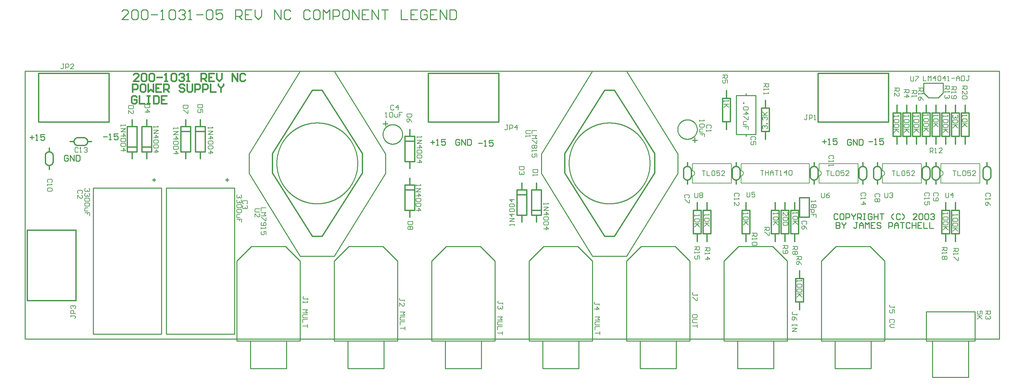
<source format=gto>
*%FSLAX23Y23*%
*%MOIN*%
G01*
%ADD11C,0.006*%
%ADD12C,0.007*%
%ADD13C,0.008*%
%ADD14C,0.010*%
%ADD15C,0.012*%
%ADD16C,0.015*%
%ADD17C,0.020*%
%ADD18C,0.032*%
%ADD19C,0.036*%
%ADD20C,0.042*%
%ADD21C,0.050*%
%ADD22C,0.052*%
%ADD23C,0.055*%
%ADD24C,0.056*%
%ADD25C,0.060*%
%ADD26C,0.061*%
%ADD27C,0.062*%
%ADD28C,0.068*%
%ADD29C,0.070*%
%ADD30C,0.070*%
%ADD31C,0.075*%
%ADD32C,0.075*%
%ADD33C,0.080*%
%ADD34C,0.080*%
%ADD35C,0.081*%
%ADD36C,0.090*%
%ADD37C,0.095*%
%ADD38C,0.100*%
%ADD39C,0.115*%
%ADD40C,0.120*%
%ADD41C,0.125*%
%ADD42C,0.126*%
%ADD43C,0.131*%
%ADD44C,0.140*%
%ADD45C,0.150*%
%ADD46C,0.156*%
%ADD47C,0.160*%
%ADD48C,0.180*%
%ADD49C,0.186*%
%ADD50C,0.250*%
%ADD51R,0.062X0.062*%
%ADD52R,0.068X0.068*%
D11*
X12793Y8737D02*
X12809D01*
X12801D02*
X12793D01*
X12801D02*
Y8695D01*
X12793Y8687D01*
X12784D01*
X12776Y8695D01*
X12826Y8687D02*
Y8737D01*
X12851D01*
X12859Y8729D01*
Y8712D01*
X12851Y8704D01*
X12826D01*
X12876Y8687D02*
X12893D01*
X12884D01*
Y8737D01*
X12885D01*
X12884D02*
X12876Y8729D01*
X14396Y8720D02*
Y8737D01*
Y8729D02*
Y8720D01*
Y8729D02*
X14446D01*
X14447D01*
X14446D02*
X14438Y8737D01*
Y8695D02*
X14446Y8687D01*
Y8670D01*
X14438Y8662D01*
X14404D01*
X14396Y8670D01*
Y8687D01*
X14404Y8695D01*
X14438D01*
X14446Y8645D02*
X14396D01*
X14413D01*
X14446Y8612D01*
X14421Y8637D01*
X14396Y8612D01*
Y9032D02*
X14446D01*
Y9007D01*
X14438Y8999D01*
X14421D01*
X14413Y9007D01*
Y9032D01*
Y9015D02*
X14396Y8999D01*
Y8982D02*
Y8949D01*
Y8982D02*
X14429Y8949D01*
X14438D01*
X14446Y8957D01*
Y8974D01*
X14438Y8982D01*
Y8932D02*
X14446Y8924D01*
Y8907D01*
X14438Y8899D01*
X14404D01*
X14396Y8907D01*
Y8924D01*
X14404Y8932D01*
X14438D01*
X14343Y8737D02*
X14351Y8729D01*
Y8712D01*
X14343Y8704D01*
X14334D01*
X14335D01*
X14334D02*
X14335D01*
X14334D02*
X14335D01*
X14334D02*
X14326Y8712D01*
Y8720D01*
Y8712D01*
X14318Y8704D01*
X14309D01*
X14301Y8712D01*
Y8729D01*
X14309Y8737D01*
X14343Y8687D02*
X14351Y8679D01*
Y8662D01*
X14343Y8654D01*
X14309D01*
X14301Y8662D01*
Y8679D01*
X14309Y8687D01*
X14343D01*
X14351Y8637D02*
X14301D01*
X14318D01*
X14351Y8604D01*
X14326Y8629D01*
X14301Y8604D01*
X14286Y9027D02*
X14336D01*
Y9002D01*
X14328Y8994D01*
X14311D01*
X14303Y9002D01*
Y9027D01*
Y9010D02*
X14286Y8994D01*
Y8977D02*
Y8960D01*
Y8969D01*
X14336D01*
X14337D01*
X14336D02*
X14328Y8977D01*
X14294Y8935D02*
X14286Y8927D01*
Y8910D01*
X14294Y8902D01*
X14328D01*
X14336Y8910D01*
Y8927D01*
X14328Y8935D01*
X14319D01*
X14311Y8927D01*
Y8902D01*
X13901Y8732D02*
Y8715D01*
Y8724D01*
X13951D01*
X13952D01*
X13951D02*
X13943Y8732D01*
Y8690D02*
X13951Y8682D01*
Y8665D01*
X13943Y8657D01*
X13909D01*
X13901Y8665D01*
Y8682D01*
X13909Y8690D01*
X13943D01*
Y8640D02*
X13951Y8632D01*
Y8615D01*
X13943Y8607D01*
X13909D01*
X13901Y8615D01*
Y8632D01*
X13909Y8640D01*
X13943D01*
X13951Y8590D02*
X13901D01*
X13918D01*
X13951Y8557D01*
X13926Y8582D01*
X13901Y8557D01*
X13881Y8987D02*
X13931D01*
Y8962D01*
X13923Y8954D01*
X13906D01*
X13898Y8962D01*
Y8987D01*
Y8970D02*
X13881Y8954D01*
Y8937D02*
Y8920D01*
Y8929D01*
X13931D01*
X13932D01*
X13931D02*
X13923Y8937D01*
X13801Y8732D02*
Y8715D01*
Y8724D01*
X13851D01*
X13852D01*
X13851D02*
X13843Y8732D01*
Y8690D02*
X13851Y8682D01*
Y8665D01*
X13843Y8657D01*
X13809D01*
X13801Y8665D01*
Y8682D01*
X13809Y8690D01*
X13843D01*
Y8640D02*
X13851Y8632D01*
Y8615D01*
X13843Y8607D01*
X13809D01*
X13801Y8615D01*
Y8632D01*
X13809Y8640D01*
X13843D01*
X13851Y8590D02*
X13801D01*
X13818D01*
X13851Y8557D01*
X13826Y8582D01*
X13801Y8557D01*
Y8997D02*
X13851D01*
Y8972D01*
X13843Y8964D01*
X13826D01*
X13818Y8972D01*
Y8997D01*
Y8980D02*
X13801Y8964D01*
Y8922D02*
X13851D01*
X13826Y8947D01*
Y8914D01*
X13696Y8732D02*
Y8715D01*
Y8724D01*
X13746D01*
X13747D01*
X13746D02*
X13738Y8732D01*
Y8690D02*
X13746Y8682D01*
Y8665D01*
X13738Y8657D01*
X13704D01*
X13696Y8665D01*
Y8682D01*
X13704Y8690D01*
X13738D01*
Y8640D02*
X13746Y8632D01*
Y8615D01*
X13738Y8607D01*
X13704D01*
X13696Y8615D01*
Y8632D01*
X13704Y8640D01*
X13738D01*
X13746Y8590D02*
X13696D01*
X13713D01*
X13746Y8557D01*
X13721Y8582D01*
X13696Y8557D01*
X13701Y9012D02*
X13751D01*
Y8987D01*
X13743Y8979D01*
X13726D01*
X13718Y8987D01*
Y9012D01*
Y8995D02*
X13701Y8979D01*
Y8962D02*
Y8929D01*
Y8962D02*
X13734Y8929D01*
X13743D01*
X13751Y8937D01*
Y8954D01*
X13743Y8962D01*
X13996Y9087D02*
Y9137D01*
Y9087D02*
X14029D01*
X14046D02*
Y9137D01*
X14063Y9120D01*
X14079Y9137D01*
Y9087D01*
X14121D02*
Y9137D01*
X14096Y9112D01*
X14129D01*
X14146Y9129D02*
X14154Y9137D01*
X14171D01*
X14179Y9129D01*
Y9095D01*
X14171Y9087D01*
X14154D01*
X14146Y9095D01*
Y9129D01*
X14221Y9137D02*
Y9087D01*
X14196Y9112D02*
X14221Y9137D01*
X14229Y9112D02*
X14196D01*
X14246Y9087D02*
X14263D01*
X14254D01*
Y9137D01*
X14255D01*
X14254D02*
X14246Y9129D01*
X14288Y9112D02*
X14321D01*
X14338Y9120D02*
Y9087D01*
Y9120D02*
X14354Y9137D01*
X14371Y9120D01*
Y9087D01*
Y9112D01*
X14338D01*
X14388Y9137D02*
Y9087D01*
X14413D01*
X14421Y9095D01*
Y9129D01*
X14413Y9137D01*
X14388D01*
X14454D02*
X14471D01*
X14463D02*
X14454D01*
X14463D02*
Y9095D01*
X14454Y9087D01*
X14446D01*
X14438Y9095D01*
X13866Y9090D02*
Y9132D01*
Y9090D02*
X13874Y9082D01*
X13891D01*
X13899Y9090D01*
Y9132D01*
X13916D02*
X13949D01*
Y9124D01*
X13916Y9090D01*
Y9082D01*
X14151Y7912D02*
X14143Y7904D01*
X14151Y7912D02*
Y7929D01*
X14143Y7937D01*
X14109D01*
X14101Y7929D01*
Y7912D01*
X14109Y7904D01*
Y7887D02*
X14101Y7879D01*
Y7862D01*
X14109Y7854D01*
X14143D01*
X14151Y7862D01*
Y7879D01*
X14143Y7887D01*
X14134D01*
X14126Y7879D01*
Y7854D01*
X14678Y7899D02*
X14686Y7907D01*
Y7924D01*
X14678Y7932D01*
X14644D01*
X14636Y7924D01*
Y7907D01*
X14644Y7899D01*
X14636Y7882D02*
Y7865D01*
Y7874D01*
X14686D01*
X14687D01*
X14686D02*
X14678Y7882D01*
Y7824D02*
X14686Y7807D01*
X14678Y7824D02*
X14661Y7840D01*
X14644D01*
X14636Y7832D01*
Y7815D01*
X14644Y7807D01*
X14653D01*
X14661Y7815D01*
Y7840D01*
X14334Y8162D02*
X14301D01*
X14318D02*
X14334D01*
X14318D02*
Y8112D01*
X14351D02*
Y8162D01*
Y8112D02*
X14384D01*
X14401Y8154D02*
X14409Y8162D01*
X14426D01*
X14434Y8154D01*
Y8120D01*
X14426Y8112D01*
X14409D01*
X14401Y8120D01*
Y8154D01*
X14451Y8162D02*
X14484D01*
X14451D02*
Y8137D01*
X14468Y8145D01*
X14476D01*
X14484Y8137D01*
Y8120D01*
X14476Y8112D01*
X14459D01*
X14451Y8120D01*
X14501Y8112D02*
X14534D01*
X14501D02*
X14534Y8145D01*
Y8154D01*
X14526Y8162D01*
X14509D01*
X14501Y8154D01*
X14226Y7937D02*
Y7895D01*
X14234Y7887D01*
X14251D01*
X14259Y7895D01*
Y7937D01*
X14301D02*
Y7887D01*
X14276Y7912D02*
X14301Y7937D01*
X14309Y7912D02*
X14276D01*
X14061Y7912D02*
X14053Y7904D01*
X14061Y7912D02*
Y7929D01*
X14053Y7937D01*
X14019D01*
X14011Y7929D01*
Y7912D01*
X14019Y7904D01*
X14011Y7887D02*
Y7870D01*
Y7879D01*
X14061D01*
X14062D01*
X14061D02*
X14053Y7887D01*
X14061Y7845D02*
Y7812D01*
Y7845D02*
X14036D01*
X14044Y7829D01*
Y7820D01*
X14036Y7812D01*
X14019D01*
X14011Y7820D01*
Y7837D01*
X14019Y7845D01*
X13709Y8162D02*
X13676D01*
X13693D02*
X13709D01*
X13693D02*
Y8112D01*
X13726D02*
Y8162D01*
Y8112D02*
X13759D01*
X13776Y8154D02*
X13784Y8162D01*
X13801D01*
X13809Y8154D01*
Y8120D01*
X13801Y8112D01*
X13784D01*
X13776Y8120D01*
Y8154D01*
X13826Y8162D02*
X13859D01*
X13826D02*
Y8137D01*
X13843Y8145D01*
X13851D01*
X13859Y8137D01*
Y8120D01*
X13851Y8112D01*
X13834D01*
X13826Y8120D01*
X13876Y8112D02*
X13909D01*
X13876D02*
X13909Y8145D01*
Y8154D01*
X13901Y8162D01*
X13884D01*
X13876Y8154D01*
X13601Y7937D02*
Y7895D01*
X13609Y7887D01*
X13626D01*
X13634Y7895D01*
Y7937D01*
X13651Y7929D02*
X13659Y7937D01*
X13676D01*
X13684Y7929D01*
Y7920D01*
X13685D01*
X13684D02*
X13685D01*
X13684D02*
X13685D01*
X13684D02*
X13676Y7912D01*
X13668D01*
X13676D01*
X13684Y7904D01*
Y7895D01*
X13676Y7887D01*
X13659D01*
X13651Y7895D01*
X13551Y7902D02*
X13543Y7894D01*
X13551Y7902D02*
Y7919D01*
X13543Y7927D01*
X13509D01*
X13501Y7919D01*
Y7902D01*
X13509Y7894D01*
X13543Y7877D02*
X13551Y7869D01*
Y7852D01*
X13543Y7844D01*
X13534D01*
X13526Y7852D01*
X13518Y7844D01*
X13509D01*
X13501Y7852D01*
Y7869D01*
X13509Y7877D01*
X13518D01*
X13526Y7869D01*
X13534Y7877D01*
X13543D01*
X13526Y7869D02*
Y7852D01*
X13406Y7912D02*
X13398Y7904D01*
X13406Y7912D02*
Y7929D01*
X13398Y7937D01*
X13364D01*
X13356Y7929D01*
Y7912D01*
X13364Y7904D01*
X13356Y7887D02*
Y7870D01*
Y7879D01*
X13406D01*
X13407D01*
X13406D02*
X13398Y7887D01*
X13406Y7820D02*
X13356D01*
X13381Y7845D02*
X13406Y7820D01*
X13381Y7812D02*
Y7845D01*
X14301Y7717D02*
Y7700D01*
Y7709D01*
X14351D01*
X14352D01*
X14351D02*
X14343Y7717D01*
Y7675D02*
X14351Y7667D01*
Y7650D01*
X14343Y7642D01*
X14309D01*
X14301Y7650D01*
Y7667D01*
X14309Y7675D01*
X14343D01*
Y7625D02*
X14351Y7617D01*
Y7600D01*
X14343Y7592D01*
X14309D01*
X14301Y7600D01*
Y7617D01*
X14309Y7625D01*
X14343D01*
X14351Y7575D02*
X14301D01*
X14318D01*
X14351Y7542D01*
X14326Y7567D01*
X14301Y7542D01*
X14306Y7367D02*
X14356D01*
Y7342D01*
X14348Y7334D01*
X14331D01*
X14323Y7342D01*
Y7367D01*
Y7350D02*
X14306Y7334D01*
Y7317D02*
Y7300D01*
Y7309D01*
X14356D01*
X14357D01*
X14356D02*
X14348Y7317D01*
X14356Y7275D02*
Y7242D01*
X14348D01*
X14314Y7275D01*
X14306D01*
X14201Y7715D02*
Y7732D01*
Y7724D02*
Y7715D01*
Y7724D02*
X14251D01*
X14252D01*
X14251D02*
X14243Y7732D01*
Y7690D02*
X14251Y7682D01*
Y7665D01*
X14243Y7657D01*
X14209D01*
X14201Y7665D01*
Y7682D01*
X14209Y7690D01*
X14243D01*
Y7640D02*
X14251Y7632D01*
Y7615D01*
X14243Y7607D01*
X14209D01*
X14201Y7615D01*
Y7632D01*
X14209Y7640D01*
X14243D01*
X14251Y7590D02*
X14201D01*
X14218D01*
X14251Y7557D01*
X14226Y7582D01*
X14201Y7557D01*
X14191Y7377D02*
X14241D01*
Y7352D01*
X14233Y7344D01*
X14216D01*
X14208Y7352D01*
Y7377D01*
Y7360D02*
X14191Y7344D01*
Y7327D02*
Y7310D01*
Y7319D01*
X14241D01*
X14242D01*
X14241D02*
X14233Y7327D01*
Y7285D02*
X14241Y7277D01*
Y7260D01*
X14233Y7252D01*
X14224D01*
X14216Y7260D01*
X14208Y7252D01*
X14199D01*
X14191Y7260D01*
Y7277D01*
X14199Y7285D01*
X14208D01*
X14216Y7277D01*
X14224Y7285D01*
X14233D01*
X14216Y7277D02*
Y7260D01*
X14201Y8715D02*
Y8732D01*
Y8724D02*
Y8715D01*
Y8724D02*
X14251D01*
X14252D01*
X14251D02*
X14243Y8732D01*
Y8690D02*
X14251Y8682D01*
Y8665D01*
X14243Y8657D01*
X14209D01*
X14201Y8665D01*
Y8682D01*
X14209Y8690D01*
X14243D01*
Y8640D02*
X14251Y8632D01*
Y8615D01*
X14243Y8607D01*
X14209D01*
X14201Y8615D01*
Y8632D01*
X14209Y8640D01*
X14243D01*
X14251Y8590D02*
X14201D01*
X14218D01*
X14251Y8557D01*
X14226Y8582D01*
X14201Y8557D01*
X14216Y9032D02*
X14266D01*
Y9007D01*
X14258Y8999D01*
X14241D01*
X14233Y9007D01*
Y9032D01*
Y9015D02*
X14216Y8999D01*
Y8982D02*
Y8965D01*
Y8974D01*
X14266D01*
X14267D01*
X14266D02*
X14258Y8982D01*
Y8940D02*
X14266Y8932D01*
Y8915D01*
X14258Y8907D01*
X14249D01*
X14250D01*
X14249D02*
X14250D01*
X14249D02*
X14250D01*
X14249D02*
X14241Y8915D01*
Y8924D01*
Y8915D01*
X14233Y8907D01*
X14224D01*
X14216Y8915D01*
Y8932D01*
X14224Y8940D01*
X14101Y8737D02*
Y8720D01*
Y8729D01*
X14151D01*
X14152D01*
X14151D02*
X14143Y8737D01*
Y8695D02*
X14151Y8687D01*
Y8670D01*
X14143Y8662D01*
X14109D01*
X14101Y8670D01*
Y8687D01*
X14109Y8695D01*
X14143D01*
X14151Y8645D02*
X14101D01*
X14118D01*
X14151Y8612D01*
X14126Y8637D01*
X14101Y8612D01*
X14066Y8397D02*
Y8347D01*
Y8397D02*
X14091D01*
X14099Y8389D01*
Y8372D01*
X14091Y8364D01*
X14066D01*
X14083D02*
X14099Y8347D01*
X14116D02*
X14133D01*
X14124D01*
Y8397D01*
X14125D01*
X14124D02*
X14116Y8389D01*
X14158Y8347D02*
X14191D01*
X14158D02*
X14191Y8380D01*
Y8389D01*
X14183Y8397D01*
X14166D01*
X14158Y8389D01*
X14001Y8725D02*
Y8742D01*
Y8734D02*
Y8725D01*
Y8734D02*
X14051D01*
X14052D01*
X14051D02*
X14043Y8742D01*
Y8700D02*
X14051Y8692D01*
Y8675D01*
X14043Y8667D01*
X14009D01*
X14001Y8675D01*
Y8692D01*
X14009Y8700D01*
X14043D01*
Y8650D02*
X14051Y8642D01*
Y8625D01*
X14043Y8617D01*
X14009D01*
X14001Y8625D01*
Y8642D01*
X14009Y8650D01*
X14043D01*
X14051Y8600D02*
X14001D01*
X14018D01*
X14051Y8567D01*
X14026Y8592D01*
X14001Y8567D01*
X13996Y9012D02*
X13946D01*
X13996D02*
Y8987D01*
X13988Y8979D01*
X13971D01*
X13963Y8987D01*
Y9012D01*
Y8995D02*
X13946Y8979D01*
Y8962D02*
Y8945D01*
Y8954D01*
X13996D01*
X13997D01*
X13996D02*
X13988Y8962D01*
Y8904D02*
X13996Y8887D01*
X13988Y8904D02*
X13971Y8920D01*
X13954D01*
X13946Y8912D01*
Y8895D01*
X13954Y8887D01*
X13963D01*
X13971Y8895D01*
Y8920D01*
X13701Y6612D02*
X13693Y6604D01*
X13701Y6612D02*
Y6629D01*
X13693Y6637D01*
X13659D01*
X13651Y6629D01*
Y6612D01*
X13659Y6604D01*
X13668Y6587D02*
X13701D01*
X13668D02*
X13651Y6570D01*
X13668Y6554D01*
X13701D01*
Y6754D02*
Y6770D01*
Y6762D01*
X13659D01*
X13651Y6770D01*
Y6779D01*
X13659Y6787D01*
X13701Y6737D02*
Y6704D01*
Y6737D02*
X13676D01*
X13684Y6720D01*
Y6712D01*
X13676Y6704D01*
X13659D01*
X13651Y6712D01*
Y6729D01*
X13659Y6737D01*
X14601Y6722D02*
Y6689D01*
Y6722D02*
X14576D01*
X14584Y6705D01*
Y6697D01*
X14576Y6689D01*
X14559D01*
X14551Y6697D01*
Y6714D01*
X14559Y6722D01*
X14551Y6672D02*
X14601D01*
X14568D02*
X14551D01*
X14568D02*
X14601Y6639D01*
X14576Y6664D01*
X14551Y6639D01*
X14637Y6722D02*
X14687D01*
Y6697D01*
X14679Y6689D01*
X14662D01*
X14654Y6697D01*
Y6722D01*
Y6705D02*
X14637Y6689D01*
X14679Y6672D02*
X14687Y6664D01*
Y6647D01*
X14679Y6639D01*
X14670D01*
X14671D01*
X14670D02*
X14671D01*
X14670D02*
X14671D01*
X14670D02*
X14662Y6647D01*
Y6655D01*
Y6647D01*
X14654Y6639D01*
X14645D01*
X14637Y6647D01*
Y6664D01*
X14645Y6672D01*
X11951Y8870D02*
Y8887D01*
Y8879D02*
Y8870D01*
Y8879D02*
X12001D01*
X12002D01*
X12001D02*
X11993Y8887D01*
X12001Y8845D02*
X11951D01*
X11968D01*
X12001Y8812D01*
X11976Y8837D01*
X11951Y8812D01*
X11936Y9147D02*
X11986D01*
Y9122D01*
X11978Y9114D01*
X11961D01*
X11953Y9122D01*
Y9147D01*
Y9130D02*
X11936Y9114D01*
X11986Y9097D02*
Y9064D01*
Y9097D02*
X11961D01*
X11969Y9080D01*
Y9072D01*
X11961Y9064D01*
X11944D01*
X11936Y9072D01*
Y9089D01*
X11944Y9097D01*
X12701Y7042D02*
Y7025D01*
Y7034D01*
X12751D01*
X12752D01*
X12751D02*
X12743Y7042D01*
Y7000D02*
X12751Y6992D01*
Y6975D01*
X12743Y6967D01*
X12709D01*
X12701Y6975D01*
Y6992D01*
X12709Y7000D01*
X12743D01*
Y6950D02*
X12751Y6942D01*
Y6925D01*
X12743Y6917D01*
X12709D01*
X12701Y6925D01*
Y6942D01*
X12709Y6950D01*
X12743D01*
X12751Y6900D02*
X12701D01*
X12718D01*
X12751Y6867D01*
X12726Y6892D01*
X12701Y6867D01*
X12696Y7282D02*
X12746D01*
Y7257D01*
X12738Y7249D01*
X12721D01*
X12713Y7257D01*
Y7282D01*
Y7265D02*
X12696Y7249D01*
X12738Y7215D02*
X12746Y7199D01*
X12738Y7215D02*
X12721Y7232D01*
X12704D01*
X12696Y7224D01*
Y7207D01*
X12704Y7199D01*
X12713D01*
X12721Y7207D01*
Y7232D01*
X11759Y8162D02*
X11726D01*
X11743D02*
X11759D01*
X11743D02*
Y8112D01*
X11776D02*
Y8162D01*
Y8112D02*
X11809D01*
X11826Y8154D02*
X11834Y8162D01*
X11851D01*
X11859Y8154D01*
Y8120D01*
X11851Y8112D01*
X11834D01*
X11826Y8120D01*
Y8154D01*
X11876Y8162D02*
X11909D01*
X11876D02*
Y8137D01*
X11893Y8145D01*
X11901D01*
X11909Y8137D01*
Y8120D01*
X11901Y8112D01*
X11884D01*
X11876Y8120D01*
X11926Y8112D02*
X11959D01*
X11926D02*
X11959Y8145D01*
Y8154D01*
X11951Y8162D01*
X11934D01*
X11926Y8154D01*
X11651Y7937D02*
Y7895D01*
X11659Y7887D01*
X11676D01*
X11684Y7895D01*
Y7937D01*
X11701Y7929D02*
X11709Y7937D01*
X11726D01*
X11734Y7929D01*
Y7920D01*
X11726Y7912D01*
X11734Y7904D01*
Y7895D01*
X11726Y7887D01*
X11709D01*
X11701Y7895D01*
Y7904D01*
X11709Y7912D01*
X11701Y7920D01*
Y7929D01*
X11709Y7912D02*
X11726D01*
X12098Y7899D02*
X12106Y7907D01*
Y7924D01*
X12098Y7932D01*
X12064D01*
X12056Y7924D01*
Y7907D01*
X12064Y7899D01*
X12056Y7882D02*
Y7865D01*
Y7874D01*
X12106D01*
X12107D01*
X12106D02*
X12098Y7882D01*
X12056Y7840D02*
Y7807D01*
Y7840D02*
X12089Y7807D01*
X12098D01*
X12106Y7815D01*
Y7832D01*
X12098Y7840D01*
X12326Y8167D02*
X12359D01*
X12343D01*
Y8117D01*
X12376D02*
Y8167D01*
Y8142D02*
Y8117D01*
Y8142D02*
X12409D01*
Y8167D01*
Y8117D01*
X12426D02*
Y8150D01*
X12443Y8167D01*
X12459Y8150D01*
Y8117D01*
Y8142D01*
X12426D01*
X12476Y8167D02*
X12509D01*
X12493D01*
Y8117D01*
X12526D02*
X12543D01*
X12534D01*
Y8167D01*
X12535D01*
X12534D02*
X12526Y8159D01*
X12593Y8167D02*
Y8117D01*
X12568Y8142D02*
X12593Y8167D01*
X12601Y8142D02*
X12568D01*
X12618Y8159D02*
X12626Y8167D01*
X12643D01*
X12651Y8159D01*
Y8125D01*
X12643Y8117D01*
X12626D01*
X12618Y8125D01*
Y8159D01*
X12186Y7942D02*
Y7900D01*
X12194Y7892D01*
X12211D01*
X12219Y7900D01*
Y7942D01*
X12236D02*
X12269D01*
X12236D02*
Y7917D01*
X12253Y7925D01*
X12261D01*
X12269Y7917D01*
Y7900D01*
X12261Y7892D01*
X12244D01*
X12236Y7900D01*
X13070Y8285D02*
X13078Y8293D01*
Y8310D01*
X13070Y8318D01*
X13036D01*
X13028Y8310D01*
Y8293D01*
X13036Y8285D01*
X13028Y8268D02*
Y8251D01*
Y8260D01*
X13078D01*
X13079D01*
X13078D02*
X13070Y8268D01*
X13028Y8226D02*
Y8210D01*
Y8218D01*
X13078D01*
X13079D01*
X13078D02*
X13070Y8226D01*
X13034Y8162D02*
X13001D01*
X13018D02*
X13034D01*
X13018D02*
Y8112D01*
X13051D02*
Y8162D01*
Y8112D02*
X13084D01*
X13101Y8154D02*
X13109Y8162D01*
X13126D01*
X13134Y8154D01*
Y8120D01*
X13126Y8112D01*
X13109D01*
X13101Y8120D01*
Y8154D01*
X13151Y8162D02*
X13184D01*
X13151D02*
Y8137D01*
X13168Y8145D01*
X13176D01*
X13184Y8137D01*
Y8120D01*
X13176Y8112D01*
X13159D01*
X13151Y8120D01*
X13201Y8112D02*
X13234D01*
X13201D02*
X13234Y8145D01*
Y8154D01*
X13226Y8162D01*
X13209D01*
X13201Y8154D01*
X12951Y7937D02*
Y7895D01*
X12959Y7887D01*
X12976D01*
X12984Y7895D01*
Y7937D01*
X13018Y7929D02*
X13034Y7937D01*
X13018Y7929D02*
X13001Y7912D01*
Y7895D01*
X13009Y7887D01*
X13026D01*
X13034Y7895D01*
Y7904D01*
X13026Y7912D01*
X13001D01*
X12354Y8592D02*
X12346Y8600D01*
Y8617D01*
X12354Y8625D01*
X12363D01*
X12364D01*
X12363D02*
X12364D01*
X12363D02*
X12364D01*
X12363D02*
X12371Y8617D01*
Y8609D01*
Y8617D01*
X12379Y8625D01*
X12388D01*
X12396Y8617D01*
Y8600D01*
X12388Y8592D01*
Y8642D02*
X12396D01*
X12388D02*
Y8650D01*
X12396D01*
Y8642D01*
X12354Y8684D02*
X12346Y8692D01*
Y8709D01*
X12354Y8717D01*
X12363D01*
X12364D01*
X12363D02*
X12364D01*
X12363D02*
X12364D01*
X12363D02*
X12371Y8709D01*
Y8700D01*
Y8709D01*
X12379Y8717D01*
X12388D01*
X12396Y8709D01*
Y8692D01*
X12388Y8684D01*
X12396Y8734D02*
X12346D01*
X12379D02*
X12396D01*
X12379D02*
X12346Y8767D01*
X12371Y8742D01*
X12396Y8767D01*
X12411Y9057D02*
X12361D01*
X12411D02*
Y9032D01*
X12403Y9024D01*
X12386D01*
X12378Y9032D01*
Y9057D01*
Y9040D02*
X12361Y9024D01*
Y9007D02*
Y8990D01*
Y8999D01*
X12411D01*
X12412D01*
X12411D02*
X12403Y9007D01*
X12361Y8965D02*
Y8949D01*
Y8957D01*
X12411D01*
X12412D01*
X12411D02*
X12403Y8965D01*
X12159Y8862D02*
X12151D01*
X12159D02*
Y8854D01*
X12151D01*
Y8862D01*
X12193Y8820D02*
X12201Y8812D01*
Y8795D01*
X12193Y8787D01*
X12159D01*
X12151Y8795D01*
Y8812D01*
X12159Y8820D01*
X12193D01*
X12201Y8745D02*
X12151D01*
X12176Y8770D02*
X12201Y8745D01*
X12176Y8737D02*
Y8770D01*
X12201Y8720D02*
Y8687D01*
X12193D01*
X12159Y8720D01*
X12151D01*
X12159Y8670D02*
X12184D01*
X12159D02*
X12151Y8662D01*
Y8637D01*
X12184D01*
X12201Y8620D02*
Y8587D01*
Y8620D02*
X12176D01*
Y8604D01*
Y8620D01*
X12151D01*
X12276Y8487D02*
X12268Y8479D01*
X12276Y8487D02*
Y8504D01*
X12268Y8512D01*
X12234D01*
X12226Y8504D01*
Y8487D01*
X12234Y8479D01*
X12276Y8462D02*
Y8429D01*
Y8462D02*
X12251D01*
X12259Y8445D01*
Y8437D01*
X12251Y8429D01*
X12234D01*
X12226Y8437D01*
Y8454D01*
X12234Y8462D01*
X11651Y7712D02*
Y7695D01*
Y7704D01*
X11701D01*
X11702D01*
X11701D02*
X11693Y7712D01*
Y7670D02*
X11701Y7662D01*
Y7645D01*
X11693Y7637D01*
X11659D01*
X11651Y7645D01*
Y7662D01*
X11659Y7670D01*
X11693D01*
X11701Y7620D02*
X11651D01*
X11668D01*
X11701Y7587D01*
X11676Y7612D01*
X11651Y7587D01*
Y7382D02*
X11701D01*
Y7357D01*
X11693Y7349D01*
X11676D01*
X11668Y7357D01*
Y7382D01*
Y7365D02*
X11651Y7349D01*
Y7332D02*
Y7315D01*
Y7324D01*
X11701D01*
X11702D01*
X11701D02*
X11693Y7332D01*
X11701Y7290D02*
Y7257D01*
Y7290D02*
X11676D01*
X11684Y7274D01*
Y7265D01*
X11676Y7257D01*
X11659D01*
X11651Y7265D01*
Y7282D01*
X11659Y7290D01*
X11751Y7700D02*
Y7717D01*
Y7709D02*
Y7700D01*
Y7709D02*
X11801D01*
X11802D01*
X11801D02*
X11793Y7717D01*
Y7675D02*
X11801Y7667D01*
Y7650D01*
X11793Y7642D01*
X11759D01*
X11751Y7650D01*
Y7667D01*
X11759Y7675D01*
X11793D01*
X11801Y7625D02*
X11751D01*
X11768D01*
X11801Y7592D01*
X11776Y7617D01*
X11751Y7592D01*
X11756Y7372D02*
X11806D01*
Y7347D01*
X11798Y7339D01*
X11781D01*
X11773Y7347D01*
Y7372D01*
Y7355D02*
X11756Y7339D01*
Y7322D02*
Y7305D01*
Y7314D01*
X11806D01*
X11807D01*
X11806D02*
X11798Y7322D01*
X11806Y7255D02*
X11756D01*
X11781Y7280D02*
X11806Y7255D01*
X11781Y7247D02*
Y7280D01*
X12151Y7715D02*
Y7732D01*
Y7724D02*
Y7715D01*
Y7724D02*
X12201D01*
X12202D01*
X12201D02*
X12193Y7732D01*
Y7690D02*
X12201Y7682D01*
Y7665D01*
X12193Y7657D01*
X12159D01*
X12151Y7665D01*
Y7682D01*
X12159Y7690D01*
X12193D01*
X12201Y7640D02*
X12151D01*
X12168D01*
X12201Y7607D01*
X12176Y7632D01*
X12151Y7607D01*
X12241Y7522D02*
X12291D01*
Y7497D01*
X12283Y7489D01*
X12266D01*
X12258Y7497D01*
Y7522D01*
Y7505D02*
X12241Y7489D01*
Y7472D02*
Y7455D01*
Y7464D01*
X12291D01*
X12292D01*
X12291D02*
X12283Y7472D01*
Y7430D02*
X12291Y7422D01*
Y7405D01*
X12283Y7397D01*
X12249D01*
X12241Y7405D01*
Y7422D01*
X12249Y7430D01*
X12283D01*
X12456Y7715D02*
Y7732D01*
Y7724D02*
Y7715D01*
Y7724D02*
X12506D01*
X12507D01*
X12506D02*
X12498Y7732D01*
Y7690D02*
X12506Y7682D01*
Y7665D01*
X12498Y7657D01*
X12464D01*
X12456Y7665D01*
Y7682D01*
X12464Y7690D01*
X12498D01*
X12506Y7640D02*
X12456D01*
X12473D01*
X12506Y7607D01*
X12481Y7632D01*
X12456Y7607D01*
X12416Y7582D02*
X12366D01*
X12416D02*
Y7557D01*
X12408Y7549D01*
X12391D01*
X12383Y7557D01*
Y7582D01*
Y7565D02*
X12366Y7549D01*
X12416Y7532D02*
Y7499D01*
X12408D01*
X12374Y7532D01*
X12366D01*
X12556Y7704D02*
Y7737D01*
X12589Y7704D01*
X12598D01*
X12606Y7712D01*
Y7729D01*
X12598Y7737D01*
Y7687D02*
X12606Y7679D01*
Y7662D01*
X12598Y7654D01*
X12564D01*
X12556Y7662D01*
Y7679D01*
X12564Y7687D01*
X12598D01*
Y7637D02*
X12606Y7629D01*
Y7612D01*
X12598Y7604D01*
X12564D01*
X12556Y7612D01*
Y7629D01*
X12564Y7637D01*
X12598D01*
X12606Y7397D02*
X12556D01*
X12606D02*
Y7372D01*
X12598Y7364D01*
X12581D01*
X12573Y7372D01*
Y7397D01*
Y7380D02*
X12556Y7364D01*
X12564Y7347D02*
X12556Y7339D01*
Y7322D01*
X12564Y7314D01*
X12598D01*
X12606Y7322D01*
Y7339D01*
X12598Y7347D01*
X12589D01*
X12581Y7339D01*
Y7314D01*
X12656Y7720D02*
Y7737D01*
Y7729D02*
Y7720D01*
Y7729D02*
X12706D01*
X12707D01*
X12706D02*
X12698Y7737D01*
Y7695D02*
X12706Y7687D01*
Y7670D01*
X12698Y7662D01*
X12664D01*
X12656Y7670D01*
Y7687D01*
X12664Y7695D01*
X12698D01*
X12706Y7645D02*
X12656D01*
X12673D01*
X12706Y7612D01*
X12681Y7637D01*
X12656Y7612D01*
Y7387D02*
X12706D01*
Y7362D01*
X12698Y7354D01*
X12681D01*
X12673Y7362D01*
Y7387D01*
Y7370D02*
X12656Y7354D01*
X12698Y7337D02*
X12706Y7329D01*
Y7312D01*
X12698Y7304D01*
X12689D01*
X12681Y7312D01*
X12673Y7304D01*
X12664D01*
X12656Y7312D01*
Y7329D01*
X12664Y7337D01*
X12673D01*
X12681Y7329D01*
X12689Y7337D01*
X12698D01*
X12681Y7329D02*
Y7312D01*
X12846Y7840D02*
Y7857D01*
Y7849D02*
Y7840D01*
Y7849D02*
X12896D01*
X12897D01*
X12896D02*
X12888Y7857D01*
Y7815D02*
X12896Y7807D01*
Y7790D01*
X12888Y7782D01*
X12879D01*
X12871Y7790D01*
X12863Y7782D01*
X12854D01*
X12846Y7790D01*
Y7807D01*
X12854Y7815D01*
X12863D01*
X12871Y7807D01*
X12879Y7815D01*
X12888D01*
X12871Y7807D02*
Y7790D01*
X12879Y7765D02*
X12829D01*
X12879D02*
Y7740D01*
X12871Y7732D01*
X12854D01*
X12846Y7740D01*
Y7765D01*
X12896Y7715D02*
Y7682D01*
Y7715D02*
X12871D01*
Y7699D01*
Y7715D01*
X12846D01*
X12801Y7622D02*
X12793Y7614D01*
X12801Y7622D02*
Y7639D01*
X12793Y7647D01*
X12759D01*
X12751Y7639D01*
Y7622D01*
X12759Y7614D01*
X12793Y7580D02*
X12801Y7564D01*
X12793Y7580D02*
X12776Y7597D01*
X12759D01*
X12751Y7589D01*
Y7572D01*
X12759Y7564D01*
X12768D01*
X12776Y7572D01*
Y7597D01*
X12701Y6587D02*
Y6570D01*
Y6579D01*
X12651D01*
Y6587D01*
Y6570D01*
Y6545D02*
X12701D01*
X12651Y6512D01*
X12701D01*
Y6679D02*
Y6695D01*
Y6687D01*
X12659D01*
X12651Y6695D01*
Y6704D01*
X12659Y6712D01*
X12693Y6645D02*
X12701Y6629D01*
X12693Y6645D02*
X12676Y6662D01*
X12659D01*
X12651Y6654D01*
Y6637D01*
X12659Y6629D01*
X12668D01*
X12676Y6637D01*
Y6662D01*
X10101Y7815D02*
Y7832D01*
Y7824D02*
Y7815D01*
Y7824D02*
X10151D01*
X10152D01*
X10151D02*
X10143Y7832D01*
X10151Y7790D02*
X10101D01*
Y7757D02*
X10151Y7790D01*
Y7757D02*
X10101D01*
Y7715D02*
X10151D01*
X10126Y7740D01*
Y7707D01*
X10143Y7690D02*
X10151Y7682D01*
Y7665D01*
X10143Y7657D01*
X10109D01*
X10101Y7665D01*
Y7682D01*
X10109Y7690D01*
X10143D01*
Y7640D02*
X10151Y7632D01*
Y7615D01*
X10143Y7607D01*
X10109D01*
X10101Y7615D01*
Y7632D01*
X10109Y7640D01*
X10143D01*
X10151Y7565D02*
X10101D01*
X10126Y7590D02*
X10151Y7565D01*
X10126Y7557D02*
Y7590D01*
X10041Y8177D02*
X9991D01*
Y8152D01*
X9999Y8144D01*
X10033D01*
X10041Y8152D01*
Y8177D01*
X9991Y8127D02*
Y8110D01*
Y8119D01*
X10041D01*
X10042D01*
X10041D02*
X10033Y8127D01*
X10031Y8577D02*
X9981D01*
Y8544D01*
Y8527D02*
X10031D01*
X10014Y8510D01*
X10031Y8494D01*
X9981D01*
X10031Y8477D02*
Y8444D01*
X10023D01*
X9989Y8477D01*
X9981D01*
X10023Y8427D02*
X10031Y8419D01*
Y8402D01*
X10023Y8394D01*
X10014D01*
X10006Y8402D01*
X9998Y8394D01*
X9989D01*
X9981Y8402D01*
Y8419D01*
X9989Y8427D01*
X9998D01*
X10006Y8419D01*
X10014Y8427D01*
X10023D01*
X10006Y8419D02*
Y8402D01*
X9981Y8377D02*
Y8360D01*
Y8369D01*
X10031D01*
X10032D01*
X10031D02*
X10023Y8377D01*
X10031Y8335D02*
Y8302D01*
Y8335D02*
X10006D01*
X10014Y8319D01*
Y8310D01*
X10006Y8302D01*
X9989D01*
X9981Y8310D01*
Y8327D01*
X9989Y8335D01*
X9966Y8577D02*
X9924D01*
X9916Y8569D01*
Y8552D01*
X9924Y8544D01*
X9966D01*
X9916Y8527D02*
Y8510D01*
Y8519D01*
X9966D01*
X9967D01*
X9966D02*
X9958Y8527D01*
X11588Y7884D02*
X11596Y7892D01*
Y7909D01*
X11588Y7917D01*
X11554D01*
X11546Y7909D01*
Y7892D01*
X11554Y7884D01*
X11596Y7867D02*
Y7834D01*
X11588D01*
X11554Y7867D01*
X11546D01*
X11701Y8669D02*
Y8685D01*
Y8677D02*
Y8669D01*
Y8677D02*
X11751D01*
X11752D01*
X11751D02*
X11743Y8685D01*
Y8644D02*
X11751Y8635D01*
Y8619D01*
X11743Y8610D01*
X11709D01*
X11701Y8619D01*
Y8635D01*
X11709Y8644D01*
X11743D01*
X11734Y8594D02*
X11709D01*
X11701Y8585D01*
Y8560D01*
X11734D01*
X11751Y8544D02*
Y8511D01*
Y8544D02*
X11726D01*
Y8527D01*
Y8544D01*
X11701D01*
X11813Y8599D02*
X11821Y8607D01*
Y8624D01*
X11813Y8632D01*
X11779D01*
X11771Y8624D01*
Y8607D01*
X11779Y8599D01*
X11771Y8582D02*
Y8565D01*
Y8574D01*
X11821D01*
X11822D01*
X11821D02*
X11813Y8582D01*
X10676Y6662D02*
X10626D01*
X10659Y6645D02*
X10676Y6662D01*
X10659Y6645D02*
X10676Y6629D01*
X10626D01*
X10634Y6612D02*
X10676D01*
X10634D02*
X10626Y6604D01*
Y6587D01*
X10634Y6579D01*
X10676D01*
Y6562D02*
X10626D01*
Y6529D01*
X10676Y6512D02*
Y6479D01*
Y6495D01*
X10626D01*
X10671Y6784D02*
Y6800D01*
Y6792D01*
X10629D01*
X10621Y6800D01*
Y6809D01*
X10629Y6817D01*
X10621Y6742D02*
X10671D01*
X10646Y6767D01*
Y6734D01*
X11676Y6679D02*
Y6662D01*
Y6679D02*
X11668Y6687D01*
X11634D01*
X11626Y6679D01*
Y6662D01*
X11634Y6654D01*
X11668D01*
X11676Y6662D01*
Y6637D02*
X11634D01*
X11626Y6629D01*
Y6612D01*
X11634Y6604D01*
X11676D01*
Y6587D02*
Y6554D01*
Y6570D01*
X11626D01*
X11676Y6879D02*
Y6895D01*
Y6887D01*
X11634D01*
X11626Y6895D01*
Y6904D01*
X11634Y6912D01*
X11676Y6862D02*
Y6829D01*
X11668D01*
X11634Y6862D01*
X11626D01*
X8493Y8712D02*
X8476D01*
X8484D02*
X8493D01*
X8484D02*
Y8762D01*
X8485D01*
X8484D02*
X8476Y8754D01*
X8518D02*
X8526Y8762D01*
X8543D01*
X8551Y8754D01*
Y8720D01*
X8543Y8712D01*
X8526D01*
X8518Y8720D01*
Y8754D01*
X8568Y8745D02*
Y8720D01*
X8576Y8712D01*
X8601D01*
Y8745D01*
X8618Y8762D02*
X8651D01*
X8618D02*
Y8737D01*
X8634D01*
X8618D01*
Y8712D01*
X8564Y8829D02*
X8556Y8837D01*
X8539D01*
X8531Y8829D01*
Y8795D01*
X8539Y8787D01*
X8556D01*
X8564Y8795D01*
X8606Y8787D02*
Y8837D01*
X8581Y8812D01*
X8614D01*
X8801Y8517D02*
Y8500D01*
Y8509D01*
X8851D01*
X8852D01*
X8851D02*
X8843Y8517D01*
X8851Y8475D02*
X8801D01*
Y8442D02*
X8851Y8475D01*
Y8442D02*
X8801D01*
Y8400D02*
X8851D01*
X8826Y8425D01*
Y8392D01*
X8843Y8375D02*
X8851Y8367D01*
Y8350D01*
X8843Y8342D01*
X8809D01*
X8801Y8350D01*
Y8367D01*
X8809Y8375D01*
X8843D01*
Y8325D02*
X8851Y8317D01*
Y8300D01*
X8843Y8292D01*
X8809D01*
X8801Y8300D01*
Y8317D01*
X8809Y8325D01*
X8843D01*
X8851Y8250D02*
X8801D01*
X8826Y8275D02*
X8851Y8250D01*
X8826Y8242D02*
Y8275D01*
X8746Y8747D02*
X8696D01*
Y8722D01*
X8704Y8714D01*
X8738D01*
X8746Y8722D01*
Y8747D01*
X8738Y8680D02*
X8746Y8664D01*
X8738Y8680D02*
X8721Y8697D01*
X8704D01*
X8696Y8689D01*
Y8672D01*
X8704Y8664D01*
X8713D01*
X8721Y8672D01*
Y8697D01*
X9718Y8632D02*
X9734D01*
X9726D02*
X9718D01*
X9726D02*
Y8590D01*
X9718Y8582D01*
X9709D01*
X9701Y8590D01*
X9751Y8582D02*
Y8632D01*
X9776D01*
X9784Y8624D01*
Y8607D01*
X9776Y8599D01*
X9751D01*
X9826Y8582D02*
Y8632D01*
X9801Y8607D01*
X9834D01*
X8791Y8022D02*
Y8005D01*
Y8014D01*
X8841D01*
X8842D01*
X8841D02*
X8833Y8022D01*
X8841Y7980D02*
X8791D01*
Y7947D02*
X8841Y7980D01*
Y7947D02*
X8791D01*
Y7905D02*
X8841D01*
X8816Y7930D01*
Y7897D01*
X8833Y7880D02*
X8841Y7872D01*
Y7855D01*
X8833Y7847D01*
X8799D01*
X8791Y7855D01*
Y7872D01*
X8799Y7880D01*
X8833D01*
Y7830D02*
X8841Y7822D01*
Y7805D01*
X8833Y7797D01*
X8799D01*
X8791Y7805D01*
Y7822D01*
X8799Y7830D01*
X8833D01*
X8841Y7755D02*
X8791D01*
X8816Y7780D02*
X8841Y7755D01*
X8816Y7747D02*
Y7780D01*
X8756Y7642D02*
X8706D01*
Y7617D01*
X8714Y7609D01*
X8748D01*
X8756Y7617D01*
Y7642D01*
X8748Y7592D02*
X8756Y7584D01*
Y7567D01*
X8748Y7559D01*
X8739D01*
X8731Y7567D01*
X8723Y7559D01*
X8714D01*
X8706Y7567D01*
Y7584D01*
X8714Y7592D01*
X8723D01*
X8731Y7584D01*
X8739Y7592D01*
X8748D01*
X8731Y7584D02*
Y7567D01*
X9800Y7600D02*
Y7616D01*
Y7608D01*
X9750D01*
X9751D01*
X9750D02*
X9758Y7600D01*
X9750Y7641D02*
X9800D01*
Y7674D02*
X9750Y7641D01*
Y7674D02*
X9800D01*
Y7716D02*
X9750D01*
X9775Y7691D01*
Y7724D01*
X9758Y7741D02*
X9750Y7749D01*
Y7766D01*
X9758Y7774D01*
X9792D01*
X9800Y7766D01*
Y7749D01*
X9792Y7741D01*
X9758D01*
Y7791D02*
X9750Y7799D01*
Y7816D01*
X9758Y7824D01*
X9792D01*
X9800Y7816D01*
Y7799D01*
X9792Y7791D01*
X9758D01*
X9750Y7866D02*
X9800D01*
X9775Y7841D02*
X9750Y7866D01*
X9775Y7874D02*
Y7841D01*
X9851Y8207D02*
X9901D01*
X9851D02*
Y8182D01*
X9859Y8174D01*
X9893D01*
X9901Y8182D01*
Y8207D01*
X9893Y8157D02*
X9901Y8149D01*
Y8132D01*
X9893Y8124D01*
X9884D01*
X9885D01*
X9884D02*
X9885D01*
X9884D02*
X9885D01*
X9884D02*
X9876Y8132D01*
Y8140D01*
Y8132D01*
X9868Y8124D01*
X9859D01*
X9851Y8132D01*
Y8149D01*
X9859Y8157D01*
X9676Y6662D02*
X9626D01*
X9659Y6645D02*
X9676Y6662D01*
X9659Y6645D02*
X9676Y6629D01*
X9626D01*
X9634Y6612D02*
X9676D01*
X9634D02*
X9626Y6604D01*
Y6587D01*
X9634Y6579D01*
X9676D01*
Y6562D02*
X9626D01*
Y6529D01*
X9676Y6512D02*
Y6479D01*
Y6495D01*
X9626D01*
X9681Y6794D02*
Y6810D01*
Y6802D01*
X9639D01*
X9631Y6810D01*
Y6819D01*
X9639Y6827D01*
X9673Y6777D02*
X9681Y6769D01*
Y6752D01*
X9673Y6744D01*
X9664D01*
X9665D01*
X9664D02*
X9665D01*
X9664D02*
X9665D01*
X9664D02*
X9656Y6752D01*
Y6760D01*
Y6752D01*
X9648Y6744D01*
X9639D01*
X9631Y6752D01*
Y6769D01*
X9639Y6777D01*
X7251Y7782D02*
X7201D01*
Y7749D01*
Y7732D02*
X7251D01*
X7234Y7715D01*
X7251Y7699D01*
X7201D01*
X7251Y7682D02*
Y7649D01*
X7243D01*
X7209Y7682D01*
X7201D01*
X7209Y7632D02*
X7201Y7624D01*
Y7607D01*
X7209Y7599D01*
X7243D01*
X7251Y7607D01*
Y7624D01*
X7243Y7632D01*
X7234D01*
X7226Y7624D01*
Y7599D01*
X7201Y7582D02*
Y7565D01*
Y7574D01*
X7251D01*
X7252D01*
X7251D02*
X7243Y7582D01*
X7251Y7540D02*
Y7507D01*
Y7540D02*
X7226D01*
X7234Y7524D01*
Y7515D01*
X7226Y7507D01*
X7209D01*
X7201Y7515D01*
Y7532D01*
X7209Y7540D01*
X7186Y7772D02*
X7144D01*
X7136Y7764D01*
Y7747D01*
X7144Y7739D01*
X7186D01*
X7136Y7722D02*
Y7689D01*
Y7722D02*
X7169Y7689D01*
X7178D01*
X7186Y7697D01*
Y7714D01*
X7178Y7722D01*
X8626Y6712D02*
X8676D01*
X8659Y6695D01*
X8676Y6679D01*
X8626D01*
X8634Y6662D02*
X8676D01*
X8634D02*
X8626Y6654D01*
Y6637D01*
X8634Y6629D01*
X8676D01*
Y6612D02*
X8626D01*
Y6579D01*
X8676Y6562D02*
Y6529D01*
Y6545D01*
X8626D01*
X8671Y6824D02*
Y6840D01*
Y6832D01*
X8629D01*
X8621Y6840D01*
Y6849D01*
X8629Y6857D01*
X8621Y6807D02*
Y6774D01*
Y6807D02*
X8654Y6774D01*
X8663D01*
X8671Y6782D01*
Y6799D01*
X8663Y6807D01*
X7676Y6737D02*
X7626D01*
X7659Y6720D02*
X7676Y6737D01*
X7659Y6720D02*
X7676Y6704D01*
X7626D01*
X7634Y6687D02*
X7676D01*
X7634D02*
X7626Y6679D01*
Y6662D01*
X7634Y6654D01*
X7676D01*
Y6637D02*
X7626D01*
Y6604D01*
X7676Y6587D02*
Y6554D01*
Y6570D01*
X7626D01*
X7681Y6839D02*
Y6855D01*
Y6847D01*
X7639D01*
X7631Y6855D01*
Y6864D01*
X7639Y6872D01*
X7631Y6822D02*
Y6805D01*
Y6814D01*
X7681D01*
X7682D01*
X7681D02*
X7673Y6822D01*
X6656Y8595D02*
Y8612D01*
Y8604D02*
Y8595D01*
Y8604D02*
X6706D01*
X6707D01*
X6706D02*
X6698Y8612D01*
X6706Y8570D02*
X6656D01*
Y8537D02*
X6706Y8570D01*
Y8537D02*
X6656D01*
Y8495D02*
X6706D01*
X6681Y8520D01*
Y8487D01*
X6698Y8470D02*
X6706Y8462D01*
Y8445D01*
X6698Y8437D01*
X6664D01*
X6656Y8445D01*
Y8462D01*
X6664Y8470D01*
X6698D01*
Y8420D02*
X6706Y8412D01*
Y8395D01*
X6698Y8387D01*
X6664D01*
X6656Y8395D01*
Y8412D01*
X6664Y8420D01*
X6698D01*
X6706Y8345D02*
X6656D01*
X6681Y8370D02*
X6706Y8345D01*
X6681Y8337D02*
Y8370D01*
X6601Y8842D02*
X6551D01*
Y8817D01*
X6559Y8809D01*
X6593D01*
X6601Y8817D01*
Y8842D01*
Y8792D02*
Y8759D01*
Y8792D02*
X6576D01*
X6584Y8775D01*
Y8767D01*
X6576Y8759D01*
X6559D01*
X6551Y8767D01*
Y8784D01*
X6559Y8792D01*
X6301Y8607D02*
Y8590D01*
Y8599D01*
X6351D01*
X6352D01*
X6351D02*
X6343Y8607D01*
X6351Y8565D02*
X6301D01*
Y8532D02*
X6351Y8565D01*
Y8532D02*
X6301D01*
Y8490D02*
X6351D01*
X6326Y8515D01*
Y8482D01*
X6343Y8465D02*
X6351Y8457D01*
Y8440D01*
X6343Y8432D01*
X6309D01*
X6301Y8440D01*
Y8457D01*
X6309Y8465D01*
X6343D01*
Y8415D02*
X6351Y8407D01*
Y8390D01*
X6343Y8382D01*
X6309D01*
X6301Y8390D01*
Y8407D01*
X6309Y8415D01*
X6343D01*
X6351Y8340D02*
X6301D01*
X6326Y8365D02*
X6351Y8340D01*
X6326Y8332D02*
Y8365D01*
X6401Y8837D02*
X6451D01*
X6401D02*
Y8812D01*
X6409Y8804D01*
X6443D01*
X6451Y8812D01*
Y8837D01*
Y8787D02*
Y8754D01*
X6443D01*
X6409Y8787D01*
X6401D01*
X5761Y8637D02*
Y8620D01*
Y8629D01*
X5811D01*
X5812D01*
X5811D02*
X5803Y8637D01*
X5811Y8595D02*
X5761D01*
Y8562D02*
X5811Y8595D01*
Y8562D02*
X5761D01*
Y8520D02*
X5811D01*
X5786Y8545D01*
Y8512D01*
X5803Y8495D02*
X5811Y8487D01*
Y8470D01*
X5803Y8462D01*
X5769D01*
X5761Y8470D01*
Y8487D01*
X5769Y8495D01*
X5803D01*
Y8445D02*
X5811Y8437D01*
Y8420D01*
X5803Y8412D01*
X5769D01*
X5761Y8420D01*
Y8437D01*
X5769Y8445D01*
X5803D01*
X5811Y8370D02*
X5761D01*
X5786Y8395D02*
X5811Y8370D01*
X5786Y8362D02*
Y8395D01*
X5841Y8832D02*
X5891D01*
X5841D02*
Y8807D01*
X5849Y8799D01*
X5883D01*
X5891Y8807D01*
Y8832D01*
X5841Y8782D02*
Y8749D01*
Y8782D02*
X5874Y8749D01*
X5883D01*
X5891Y8757D01*
Y8774D01*
X5883Y8782D01*
X6096Y8622D02*
Y8605D01*
Y8614D01*
X6146D01*
X6147D01*
X6146D02*
X6138Y8622D01*
X6146Y8580D02*
X6096D01*
Y8547D02*
X6146Y8580D01*
Y8547D02*
X6096D01*
Y8505D02*
X6146D01*
X6121Y8530D01*
Y8497D01*
X6138Y8480D02*
X6146Y8472D01*
Y8455D01*
X6138Y8447D01*
X6104D01*
X6096Y8455D01*
Y8472D01*
X6104Y8480D01*
X6138D01*
Y8430D02*
X6146Y8422D01*
Y8405D01*
X6138Y8397D01*
X6104D01*
X6096Y8405D01*
Y8422D01*
X6104Y8430D01*
X6138D01*
X6146Y8355D02*
X6096D01*
X6121Y8380D02*
X6146Y8355D01*
X6121Y8347D02*
Y8380D01*
X6056Y8842D02*
X6006D01*
Y8817D01*
X6014Y8809D01*
X6048D01*
X6056Y8817D01*
Y8842D01*
Y8767D02*
X6006D01*
X6031Y8792D02*
X6056Y8767D01*
X6031Y8759D02*
Y8792D01*
X5246Y6680D02*
Y6664D01*
Y6672D01*
X5288D01*
X5296Y6664D01*
Y6655D01*
X5288Y6647D01*
X5296Y6697D02*
X5246D01*
Y6722D01*
X5254Y6730D01*
X5271D01*
X5279Y6722D01*
Y6697D01*
X5254Y6747D02*
X5246Y6755D01*
Y6772D01*
X5254Y6780D01*
X5263D01*
X5264D01*
X5263D02*
X5264D01*
X5263D02*
X5264D01*
X5263D02*
X5271Y6772D01*
Y6764D01*
Y6772D01*
X5279Y6780D01*
X5288D01*
X5296Y6772D01*
Y6755D01*
X5288Y6747D01*
X5441Y7974D02*
X5433Y7982D01*
X5441Y7974D02*
Y7957D01*
X5433Y7949D01*
X5424D01*
X5425D01*
X5424D02*
X5425D01*
X5424D02*
X5425D01*
X5424D02*
X5416Y7957D01*
Y7965D01*
Y7957D01*
X5408Y7949D01*
X5399D01*
X5391Y7957D01*
Y7974D01*
X5399Y7982D01*
X5433Y7932D02*
X5441Y7924D01*
Y7907D01*
X5433Y7899D01*
X5424D01*
X5425D01*
X5424D02*
X5425D01*
X5424D02*
X5425D01*
X5424D02*
X5416Y7907D01*
Y7915D01*
Y7907D01*
X5408Y7899D01*
X5399D01*
X5391Y7907D01*
Y7924D01*
X5399Y7932D01*
X5433Y7882D02*
X5441Y7874D01*
Y7857D01*
X5433Y7849D01*
X5399D01*
X5391Y7857D01*
Y7874D01*
X5399Y7882D01*
X5433D01*
Y7832D02*
X5441Y7824D01*
Y7807D01*
X5433Y7799D01*
X5399D01*
X5391Y7807D01*
Y7824D01*
X5399Y7832D01*
X5433D01*
X5424Y7782D02*
X5399D01*
X5391Y7774D01*
Y7749D01*
X5424D01*
X5441Y7732D02*
Y7699D01*
Y7732D02*
X5416D01*
Y7715D01*
Y7732D01*
X5391D01*
X5358Y7929D02*
X5366Y7937D01*
Y7954D01*
X5358Y7962D01*
X5324D01*
X5316Y7954D01*
Y7937D01*
X5324Y7929D01*
X5316Y7912D02*
Y7879D01*
Y7912D02*
X5349Y7879D01*
X5358D01*
X5366Y7887D01*
Y7904D01*
X5358Y7912D01*
X6993Y7917D02*
X7001Y7909D01*
Y7892D01*
X6993Y7884D01*
X6984D01*
X6985D01*
X6984D02*
X6985D01*
X6984D02*
X6985D01*
X6984D02*
X6976Y7892D01*
Y7900D01*
Y7892D01*
X6968Y7884D01*
X6959D01*
X6951Y7892D01*
Y7909D01*
X6959Y7917D01*
X6993Y7867D02*
X7001Y7859D01*
Y7842D01*
X6993Y7834D01*
X6984D01*
X6985D01*
X6984D02*
X6985D01*
X6984D02*
X6985D01*
X6984D02*
X6976Y7842D01*
Y7850D01*
Y7842D01*
X6968Y7834D01*
X6959D01*
X6951Y7842D01*
Y7859D01*
X6959Y7867D01*
X6993Y7817D02*
X7001Y7809D01*
Y7792D01*
X6993Y7784D01*
X6959D01*
X6951Y7792D01*
Y7809D01*
X6959Y7817D01*
X6993D01*
Y7767D02*
X7001Y7759D01*
Y7742D01*
X6993Y7734D01*
X6959D01*
X6951Y7742D01*
Y7759D01*
X6959Y7767D01*
X6993D01*
X6984Y7717D02*
X6959D01*
X6951Y7709D01*
Y7684D01*
X6984D01*
X7001Y7667D02*
Y7634D01*
Y7667D02*
X6976D01*
Y7650D01*
Y7667D01*
X6951D01*
X7053Y7824D02*
X7061Y7832D01*
Y7849D01*
X7053Y7857D01*
X7019D01*
X7011Y7849D01*
Y7832D01*
X7019Y7824D01*
X7053Y7807D02*
X7061Y7799D01*
Y7782D01*
X7053Y7774D01*
X7044D01*
X7045D01*
X7044D02*
X7045D01*
X7044D02*
X7045D01*
X7044D02*
X7036Y7782D01*
Y7790D01*
Y7782D01*
X7028Y7774D01*
X7019D01*
X7011Y7782D01*
Y7799D01*
X7019Y7807D01*
X5324Y8394D02*
X5316Y8402D01*
X5299D01*
X5291Y8394D01*
Y8360D01*
X5299Y8352D01*
X5316D01*
X5324Y8360D01*
X5341Y8352D02*
X5358D01*
X5349D01*
Y8402D01*
X5350D01*
X5349D02*
X5341Y8394D01*
X5383D02*
X5391Y8402D01*
X5408D01*
X5416Y8394D01*
Y8385D01*
X5417D01*
X5416D02*
X5417D01*
X5416D02*
X5417D01*
X5416D02*
X5408Y8377D01*
X5399D01*
X5408D01*
X5416Y8369D01*
Y8360D01*
X5408Y8352D01*
X5391D01*
X5383Y8360D01*
X5178Y9258D02*
X5162D01*
X5170D01*
Y9216D01*
X5162Y9208D01*
X5153D01*
X5145Y9216D01*
X5195Y9208D02*
Y9258D01*
X5220D01*
X5228Y9250D01*
Y9233D01*
X5220Y9225D01*
X5195D01*
X5245Y9208D02*
X5278D01*
X5245D02*
X5278Y9241D01*
Y9250D01*
X5270Y9258D01*
X5253D01*
X5245Y9250D01*
X5056Y8052D02*
X5048Y8044D01*
X5056Y8052D02*
Y8069D01*
X5048Y8077D01*
X5014D01*
X5006Y8069D01*
Y8052D01*
X5014Y8044D01*
X5006Y8027D02*
Y8010D01*
Y8019D01*
X5056D01*
X5057D01*
X5056D02*
X5048Y8027D01*
Y7985D02*
X5056Y7977D01*
Y7960D01*
X5048Y7952D01*
X5014D01*
X5006Y7960D01*
Y7977D01*
X5014Y7985D01*
X5048D01*
D13*
X14176Y8112D02*
X14179Y8112D01*
X14182Y8113D01*
X14186Y8114D01*
X14188Y8115D01*
X14191Y8117D01*
X14194Y8119D01*
X14196Y8122D01*
X14198Y8124D01*
X14199Y8127D01*
X14200Y8131D01*
X14201Y8134D01*
X14201Y8137D01*
X14201Y8140D01*
X14200Y8143D01*
X14199Y8147D01*
X14198Y8150D01*
X14196Y8152D01*
X14194Y8155D01*
X14191Y8157D01*
X14188Y8159D01*
X14186Y8160D01*
X14182Y8161D01*
X14179Y8162D01*
X14176Y8162D01*
X14576Y8237D02*
Y8037D01*
X14176Y8162D02*
Y8237D01*
Y8112D02*
Y8037D01*
X14576D01*
Y8237D02*
X14176D01*
X13576Y8162D02*
X13579Y8162D01*
X13582Y8161D01*
X13586Y8160D01*
X13588Y8159D01*
X13591Y8157D01*
X13594Y8155D01*
X13596Y8152D01*
X13598Y8150D01*
X13599Y8147D01*
X13600Y8143D01*
X13601Y8140D01*
X13601Y8137D01*
X13601Y8134D01*
X13600Y8131D01*
X13599Y8127D01*
X13598Y8124D01*
X13596Y8122D01*
X13594Y8119D01*
X13591Y8117D01*
X13588Y8115D01*
X13586Y8114D01*
X13582Y8113D01*
X13579Y8112D01*
X13576Y8112D01*
X13976Y8037D02*
Y8237D01*
X13576D02*
Y8162D01*
Y8112D02*
Y8037D01*
X13976D01*
Y8237D02*
X13576D01*
X11626Y8162D02*
X11629Y8162D01*
X11632Y8161D01*
X11636Y8160D01*
X11638Y8159D01*
X11641Y8157D01*
X11644Y8155D01*
X11646Y8152D01*
X11648Y8150D01*
X11649Y8147D01*
X11650Y8143D01*
X11651Y8140D01*
X11651Y8137D01*
X11651Y8134D01*
X11650Y8131D01*
X11649Y8127D01*
X11648Y8124D01*
X11646Y8122D01*
X11644Y8119D01*
X11641Y8117D01*
X11638Y8115D01*
X11636Y8114D01*
X11632Y8113D01*
X11629Y8112D01*
X11626Y8112D01*
X12026Y8037D02*
Y8237D01*
X11626D02*
Y8162D01*
Y8112D02*
Y8037D01*
X12026D01*
Y8237D02*
X11626D01*
X12126Y8162D02*
X12129Y8162D01*
X12132Y8161D01*
X12136Y8160D01*
X12138Y8159D01*
X12141Y8157D01*
X12144Y8155D01*
X12146Y8152D01*
X12148Y8150D01*
X12149Y8147D01*
X12150Y8143D01*
X12151Y8140D01*
X12151Y8137D01*
X12151Y8134D01*
X12150Y8131D01*
X12149Y8127D01*
X12148Y8124D01*
X12146Y8122D01*
X12144Y8119D01*
X12141Y8117D01*
X12138Y8115D01*
X12136Y8114D01*
X12132Y8113D01*
X12129Y8112D01*
X12126Y8112D01*
X12826Y8037D02*
Y8237D01*
X12126D02*
Y8162D01*
Y8112D02*
Y8037D01*
X12826D01*
Y8237D02*
X12126D01*
X12926Y8162D02*
X12929Y8162D01*
X12932Y8161D01*
X12936Y8160D01*
X12938Y8159D01*
X12941Y8157D01*
X12944Y8155D01*
X12946Y8152D01*
X12948Y8150D01*
X12949Y8147D01*
X12950Y8143D01*
X12951Y8140D01*
X12951Y8137D01*
X12951Y8134D01*
X12950Y8131D01*
X12949Y8127D01*
X12948Y8124D01*
X12946Y8122D01*
X12944Y8119D01*
X12941Y8117D01*
X12938Y8115D01*
X12936Y8114D01*
X12932Y8113D01*
X12929Y8112D01*
X12926Y8112D01*
X13326Y8037D02*
Y8237D01*
X12926D02*
Y8162D01*
Y8112D02*
Y8037D01*
X13326D01*
Y8237D02*
X12926D01*
D14*
X5838Y9717D02*
X5771D01*
X5838Y9784D01*
Y9800D01*
X5821Y9817D01*
X5788D01*
X5771Y9800D01*
X5871D02*
X5888Y9817D01*
X5921D01*
X5938Y9800D01*
Y9734D01*
X5921Y9717D01*
X5888D01*
X5871Y9734D01*
Y9800D01*
X5971D02*
X5988Y9817D01*
X6021D01*
X6038Y9800D01*
Y9734D01*
X6021Y9717D01*
X5988D01*
X5971Y9734D01*
Y9800D01*
X6071Y9767D02*
X6138D01*
X6171Y9717D02*
X6204D01*
X6188D01*
Y9817D01*
X6189D01*
X6188D02*
X6171Y9800D01*
X6254D02*
X6271Y9817D01*
X6304D01*
X6321Y9800D01*
Y9734D01*
X6304Y9717D01*
X6271D01*
X6254Y9734D01*
Y9800D01*
X6354D02*
X6371Y9817D01*
X6404D01*
X6421Y9800D01*
Y9784D01*
X6422D01*
X6421D02*
X6422D01*
X6421D02*
X6422D01*
X6421D02*
X6404Y9767D01*
X6387D01*
X6404D01*
X6421Y9750D01*
Y9734D01*
X6404Y9717D01*
X6371D01*
X6354Y9734D01*
X6454Y9717D02*
X6487D01*
X6471D01*
Y9817D01*
X6472D01*
X6471D02*
X6454Y9800D01*
X6537Y9767D02*
X6604D01*
X6637Y9800D02*
X6654Y9817D01*
X6687D01*
X6704Y9800D01*
Y9734D01*
X6687Y9717D01*
X6654D01*
X6637Y9734D01*
Y9800D01*
X6737Y9817D02*
X6804D01*
X6737D02*
Y9767D01*
X6771Y9784D01*
X6787D01*
X6804Y9767D01*
Y9734D01*
X6787Y9717D01*
X6754D01*
X6737Y9734D01*
X6937Y9717D02*
Y9817D01*
X6987D01*
X7004Y9800D01*
Y9767D01*
X6987Y9750D01*
X6937D01*
X6971D02*
X7004Y9717D01*
X7037Y9817D02*
X7104D01*
X7037D02*
Y9717D01*
X7104D01*
X7071Y9767D02*
X7037D01*
X7137Y9750D02*
Y9817D01*
Y9750D02*
X7171Y9717D01*
X7204Y9750D01*
Y9817D01*
X7337D02*
Y9717D01*
X7404D02*
X7337Y9817D01*
X7404D02*
Y9717D01*
X7504Y9800D02*
X7487Y9817D01*
X7454D01*
X7437Y9800D01*
Y9734D01*
X7454Y9717D01*
X7487D01*
X7504Y9734D01*
X7687Y9817D02*
X7704Y9800D01*
X7687Y9817D02*
X7654D01*
X7637Y9800D01*
Y9734D01*
X7654Y9717D01*
X7687D01*
X7704Y9734D01*
X7754Y9817D02*
X7787D01*
X7754D02*
X7737Y9800D01*
Y9734D01*
X7754Y9717D01*
X7787D01*
X7804Y9734D01*
Y9800D01*
X7787Y9817D01*
X7837D02*
Y9717D01*
X7870Y9784D02*
X7837Y9817D01*
X7870Y9784D02*
X7904Y9817D01*
Y9717D01*
X7937D02*
Y9817D01*
X7987D01*
X8004Y9800D01*
Y9767D01*
X7987Y9750D01*
X7937D01*
X8054Y9817D02*
X8087D01*
X8054D02*
X8037Y9800D01*
Y9734D01*
X8054Y9717D01*
X8087D01*
X8104Y9734D01*
Y9800D01*
X8087Y9817D01*
X8137D02*
Y9717D01*
X8204D02*
X8137Y9817D01*
X8204D02*
Y9717D01*
X8237Y9817D02*
X8304D01*
X8237D02*
Y9717D01*
X8304D01*
X8270Y9767D02*
X8237D01*
X8337Y9717D02*
Y9817D01*
X8403Y9717D01*
Y9817D01*
X8437D02*
X8503D01*
X8470D01*
Y9717D01*
X8637D02*
Y9817D01*
Y9717D02*
X8703D01*
X8737Y9817D02*
X8803D01*
X8737D02*
Y9717D01*
X8803D01*
X8770Y9767D02*
X8737D01*
X8887Y9817D02*
X8903Y9800D01*
X8887Y9817D02*
X8853D01*
X8837Y9800D01*
Y9734D01*
X8853Y9717D01*
X8887D01*
X8903Y9734D01*
Y9767D01*
X8870D01*
X8937Y9817D02*
X9003D01*
X8937D02*
Y9717D01*
X9003D01*
X8970Y9767D02*
X8937D01*
X9037Y9717D02*
Y9817D01*
X9103Y9717D01*
Y9817D01*
X9137D02*
Y9717D01*
X9187D01*
X9203Y9734D01*
Y9800D01*
X9187Y9817D01*
X9137D01*
X13101Y7632D02*
Y7572D01*
X13131D01*
X13141Y7582D01*
Y7592D01*
X13131Y7602D01*
X13101D01*
X13102D01*
X13101D02*
X13102D01*
X13101D02*
X13102D01*
X13101D02*
X13131D01*
X13141Y7612D01*
Y7622D01*
X13131Y7632D01*
X13101D01*
X13161D02*
Y7622D01*
X13181Y7602D01*
X13201Y7622D01*
Y7632D01*
X13181Y7602D02*
Y7572D01*
X13301Y7632D02*
X13321D01*
X13311D02*
X13301D01*
X13311D02*
Y7582D01*
X13301Y7572D01*
X13291D01*
X13281Y7582D01*
X13341Y7572D02*
Y7612D01*
X13361Y7632D01*
X13381Y7612D01*
Y7572D01*
Y7602D01*
X13341D01*
X13401Y7572D02*
Y7632D01*
X13421Y7612D01*
X13441Y7632D01*
Y7572D01*
X13461Y7632D02*
X13501D01*
X13461D02*
Y7572D01*
X13501D01*
X13481Y7602D02*
X13461D01*
X13551Y7632D02*
X13561Y7622D01*
X13551Y7632D02*
X13531D01*
X13521Y7622D01*
Y7612D01*
X13531Y7602D01*
X13551D01*
X13561Y7592D01*
Y7582D01*
X13551Y7572D01*
X13531D01*
X13521Y7582D01*
X13641Y7572D02*
Y7632D01*
X13671D01*
X13681Y7622D01*
Y7602D01*
X13671Y7592D01*
X13641D01*
X13701Y7572D02*
Y7612D01*
X13721Y7632D01*
X13741Y7612D01*
Y7572D01*
Y7602D01*
X13701D01*
X13761Y7632D02*
X13801D01*
X13781D01*
Y7572D01*
X13851Y7632D02*
X13861Y7622D01*
X13851Y7632D02*
X13831D01*
X13821Y7622D01*
Y7582D01*
X13831Y7572D01*
X13851D01*
X13861Y7582D01*
X13881Y7572D02*
Y7632D01*
Y7602D02*
Y7572D01*
Y7602D02*
X13921D01*
Y7632D01*
Y7572D01*
X13941Y7632D02*
X13981D01*
X13941D02*
Y7572D01*
X13981D01*
X13961Y7602D02*
X13941D01*
X14001Y7632D02*
Y7572D01*
X14041D01*
X14061D02*
Y7632D01*
Y7572D02*
X14101D01*
X13121Y7712D02*
X13111Y7722D01*
X13091D01*
X13081Y7712D01*
Y7672D01*
X13091Y7662D01*
X13111D01*
X13121Y7672D01*
X13151Y7722D02*
X13171D01*
X13151D02*
X13141Y7712D01*
Y7672D01*
X13151Y7662D01*
X13171D01*
X13181Y7672D01*
Y7712D01*
X13171Y7722D01*
X13201D02*
Y7662D01*
Y7722D02*
X13231D01*
X13241Y7712D01*
Y7692D01*
X13231Y7682D01*
X13201D01*
X13261Y7712D02*
Y7722D01*
Y7712D02*
X13281Y7692D01*
X13301Y7712D01*
Y7722D01*
X13281Y7692D02*
Y7662D01*
X13321D02*
Y7722D01*
X13351D01*
X13361Y7712D01*
Y7692D01*
X13351Y7682D01*
X13321D01*
X13341D02*
X13361Y7662D01*
X13381Y7722D02*
X13401D01*
X13391D01*
Y7662D01*
X13381D01*
X13401D01*
X13461Y7722D02*
X13471Y7712D01*
X13461Y7722D02*
X13441D01*
X13431Y7712D01*
Y7672D01*
X13441Y7662D01*
X13461D01*
X13471Y7672D01*
Y7692D01*
X13451D01*
X13491Y7722D02*
Y7662D01*
Y7692D01*
X13531D01*
Y7722D01*
Y7662D01*
X13551Y7722D02*
X13591D01*
X13571D01*
Y7662D01*
X13671Y7682D02*
X13691Y7662D01*
X13671Y7682D02*
Y7702D01*
X13691Y7722D01*
X13751D02*
X13761Y7712D01*
X13751Y7722D02*
X13731D01*
X13721Y7712D01*
Y7672D01*
X13731Y7662D01*
X13751D01*
X13761Y7672D01*
X13781Y7662D02*
X13801Y7682D01*
Y7702D01*
X13781Y7722D01*
X13891Y7662D02*
X13931D01*
X13891D02*
X13931Y7702D01*
Y7712D01*
X13921Y7722D01*
X13901D01*
X13891Y7712D01*
X13951D02*
X13961Y7722D01*
X13981D01*
X13991Y7712D01*
Y7672D01*
X13981Y7662D01*
X13961D01*
X13951Y7672D01*
Y7712D01*
X14011D02*
X14021Y7722D01*
X14041D01*
X14051Y7712D01*
Y7672D01*
X14041Y7662D01*
X14021D01*
X14011Y7672D01*
Y7712D01*
X14071D02*
X14081Y7722D01*
X14101D01*
X14111Y7712D01*
Y7702D01*
X14112D01*
X14111D02*
X14112D01*
X14111D02*
X14112D01*
X14111D02*
X14101Y7692D01*
X14091D01*
X14101D01*
X14111Y7682D01*
Y7672D01*
X14101Y7662D01*
X14081D01*
X14071Y7672D01*
X13256Y8477D02*
X13246Y8487D01*
X13226D01*
X13216Y8477D01*
Y8437D01*
X13226Y8427D01*
X13246D01*
X13256Y8437D01*
Y8457D01*
X13236D01*
X13276Y8427D02*
Y8487D01*
X13316Y8427D01*
Y8487D01*
X13336D02*
Y8427D01*
X13366D01*
X13376Y8437D01*
Y8477D01*
X13366Y8487D01*
X13336D01*
X9236Y8477D02*
X9226Y8487D01*
X9206D01*
X9196Y8477D01*
Y8437D01*
X9206Y8427D01*
X9226D01*
X9236Y8437D01*
Y8457D01*
X9216D01*
X9256Y8427D02*
Y8487D01*
X9296Y8427D01*
Y8487D01*
X9316D02*
Y8427D01*
X9346D01*
X9356Y8437D01*
Y8477D01*
X9346Y8487D01*
X9316D01*
X5221Y8312D02*
X5211Y8322D01*
X5191D01*
X5181Y8312D01*
Y8272D01*
X5191Y8262D01*
X5211D01*
X5221Y8272D01*
Y8292D01*
X5201D01*
X5241Y8262D02*
Y8322D01*
X5281Y8262D01*
Y8322D01*
X5301D02*
Y8262D01*
X5331D01*
X5341Y8272D01*
Y8312D01*
X5331Y8322D01*
X5301D01*
X5581Y8512D02*
X5621D01*
X5641Y8482D02*
X5661D01*
X5651D01*
Y8542D01*
X5652D01*
X5651D02*
X5641Y8532D01*
X5691Y8542D02*
X5731D01*
X5691D02*
Y8512D01*
X5711Y8522D01*
X5721D01*
X5731Y8512D01*
Y8492D01*
X5721Y8482D01*
X5701D01*
X5691Y8492D01*
X9431Y8447D02*
X9471D01*
X9491Y8417D02*
X9511D01*
X9501D01*
Y8477D01*
X9502D01*
X9501D02*
X9491Y8467D01*
X9541Y8477D02*
X9581D01*
X9541D02*
Y8447D01*
X9561Y8457D01*
X9571D01*
X9581Y8447D01*
Y8427D01*
X9571Y8417D01*
X9551D01*
X9541Y8427D01*
X13436Y8462D02*
X13476D01*
X13496Y8432D02*
X13516D01*
X13506D01*
Y8492D01*
X13507D01*
X13506D02*
X13496Y8482D01*
X13546Y8492D02*
X13586D01*
X13546D02*
Y8462D01*
X13566Y8472D01*
X13576D01*
X13586Y8462D01*
Y8442D01*
X13576Y8432D01*
X13556D01*
X13546Y8442D01*
X13001Y8462D02*
X12961D01*
X12981Y8482D02*
Y8442D01*
X13021Y8432D02*
X13041D01*
X13031D01*
Y8492D01*
X13032D01*
X13031D02*
X13021Y8482D01*
X13071Y8492D02*
X13111D01*
X13071D02*
Y8462D01*
X13091Y8472D01*
X13101D01*
X13111Y8462D01*
Y8442D01*
X13101Y8432D01*
X13081D01*
X13071Y8442D01*
X4866Y8507D02*
X4826D01*
X4846Y8527D02*
Y8487D01*
X4886Y8477D02*
X4906D01*
X4896D01*
Y8537D01*
X4897D01*
X4896D02*
X4886Y8527D01*
X4936Y8537D02*
X4976D01*
X4936D02*
Y8507D01*
X4956Y8517D01*
X4966D01*
X4976Y8507D01*
Y8487D01*
X4966Y8477D01*
X4946D01*
X4936Y8487D01*
X8941Y8457D02*
X8981D01*
X8961Y8477D02*
Y8437D01*
X9001Y8427D02*
X9021D01*
X9011D01*
Y8487D01*
X9012D01*
X9011D02*
X9001Y8477D01*
X9051Y8487D02*
X9091D01*
X9051D02*
Y8457D01*
X9071Y8467D01*
X9081D01*
X9091Y8457D01*
Y8437D01*
X9081Y8427D01*
X9061D01*
X9051Y8437D01*
X14001Y8962D02*
X14051Y8912D01*
X14151D02*
X14201Y8962D01*
X14001D02*
Y9062D01*
X14201D02*
Y8962D01*
X14151Y8912D02*
X14051D01*
X14001Y9062D02*
X14201D01*
X13451Y7387D02*
X13601Y7237D01*
X13101Y7387D02*
X12951Y7237D01*
Y6415D01*
X13601D02*
Y7237D01*
X13461Y6412D02*
Y6132D01*
X13091D02*
Y6412D01*
X13101Y7387D02*
X13451D01*
X13601Y6415D02*
X12951D01*
X13091Y6132D02*
X13461D01*
X14526Y6417D02*
Y6717D01*
X14026D02*
Y6417D01*
X14461D02*
Y6042D01*
X14091D02*
Y6417D01*
X14026D02*
X14526D01*
Y6717D02*
X14026D01*
X14091Y6042D02*
X14461D01*
X12176Y8937D02*
Y8957D01*
Y8537D02*
Y8517D01*
X12276Y8537D02*
Y8937D01*
X12076D02*
Y8537D01*
Y8937D02*
X12276D01*
Y8537D02*
X12076D01*
X12451Y7387D02*
X12601Y7237D01*
X12101Y7387D02*
X11951Y7237D01*
Y6415D01*
X12601D02*
Y7237D01*
X12461Y6412D02*
Y6132D01*
X12091D02*
Y6412D01*
X12101Y7387D02*
X12451D01*
X12601Y6415D02*
X11951D01*
X12091Y6132D02*
X12461D01*
X11191Y8240D02*
X11191Y8237D01*
X11191Y8233D01*
X11191Y8230D01*
X11191Y8227D01*
X11191Y8223D01*
X11191Y8220D01*
X11190Y8217D01*
X11190Y8213D01*
X11190Y8210D01*
X11190Y8207D01*
X11189Y8203D01*
X11189Y8200D01*
X11189Y8197D01*
X11188Y8193D01*
X11188Y8190D01*
X11188Y8187D01*
X11187Y8184D01*
X11187Y8180D01*
X11186Y8177D01*
X11186Y8174D01*
X11185Y8170D01*
X11185Y8167D01*
X11184Y8164D01*
X11183Y8161D01*
X11183Y8157D01*
X11182Y8154D01*
X11181Y8151D01*
X11181Y8148D01*
X11180Y8144D01*
X11179Y8141D01*
X11178Y8138D01*
X11177Y8135D01*
X11177Y8131D01*
X11176Y8128D01*
X11175Y8125D01*
X11174Y8122D01*
X11173Y8119D01*
X11172Y8115D01*
X11171Y8112D01*
X11170Y8109D01*
X11169Y8106D01*
X11168Y8103D01*
X11167Y8100D01*
X11165Y8096D01*
X11164Y8093D01*
X11163Y8090D01*
X11162Y8087D01*
X11161Y8084D01*
X11159Y8081D01*
X11158Y8078D01*
X11157Y8075D01*
X11155Y8072D01*
X11154Y8069D01*
X11153Y8066D01*
X11151Y8063D01*
X11150Y8060D01*
X11148Y8057D01*
X11147Y8054D01*
X11145Y8051D01*
X11144Y8048D01*
X11142Y8045D01*
X11141Y8042D01*
X11139Y8039D01*
X11137Y8036D01*
X11136Y8033D01*
X11134Y8030D01*
X11132Y8027D01*
X11131Y8025D01*
X11129Y8022D01*
X11127Y8019D01*
X11125Y8016D01*
X11124Y8013D01*
X11122Y8011D01*
X11120Y8008D01*
X11118Y8005D01*
X11116Y8002D01*
X11114Y8000D01*
X11112Y7997D01*
X11110Y7994D01*
X11108Y7992D01*
X11106Y7989D01*
X11104Y7986D01*
X11102Y7984D01*
X11100Y7981D01*
X11098Y7978D01*
X11096Y7976D01*
X11094Y7973D01*
X11092Y7971D01*
X11090Y7968D01*
X11087Y7966D01*
X11085Y7963D01*
X11083Y7961D01*
X11081Y7958D01*
X11078Y7956D01*
X11076Y7953D01*
X11074Y7951D01*
X11072Y7949D01*
X11069Y7946D01*
X11067Y7944D01*
X11064Y7942D01*
X11062Y7939D01*
X11060Y7937D01*
X11057Y7935D01*
X11055Y7932D01*
X11052Y7930D01*
X11050Y7928D01*
X11047Y7926D01*
X11045Y7924D01*
X11042Y7922D01*
X11040Y7919D01*
X11037Y7917D01*
X11034Y7915D01*
X11032Y7913D01*
X11029Y7911D01*
X11026Y7909D01*
X11024Y7907D01*
X11021Y7905D01*
X11018Y7903D01*
X11016Y7901D01*
X11013Y7899D01*
X11010Y7897D01*
X11008Y7896D01*
X11005Y7894D01*
X11002Y7892D01*
X10999Y7890D01*
X10996Y7888D01*
X10994Y7887D01*
X10991Y7885D01*
X10988Y7883D01*
X10985Y7881D01*
X10982Y7880D01*
X10979Y7878D01*
X10976Y7877D01*
X10973Y7875D01*
X10970Y7873D01*
X10967Y7872D01*
X10964Y7870D01*
X10962Y7869D01*
X10959Y7867D01*
X10956Y7866D01*
X10953Y7864D01*
X10949Y7863D01*
X10946Y7862D01*
X10943Y7860D01*
X10940Y7859D01*
X10937Y7858D01*
X10934Y7856D01*
X10931Y7855D01*
X10928Y7854D01*
X10925Y7853D01*
X10922Y7851D01*
X10919Y7850D01*
X10916Y7849D01*
X10912Y7848D01*
X10909Y7847D01*
X10906Y7846D01*
X10903Y7845D01*
X10900Y7844D01*
X10897Y7843D01*
X10893Y7842D01*
X10890Y7841D01*
X10887Y7840D01*
X10884Y7839D01*
X10881Y7838D01*
X10877Y7838D01*
X10874Y7837D01*
X10871Y7836D01*
X10868Y7835D01*
X10864Y7835D01*
X10861Y7834D01*
X10858Y7833D01*
X10855Y7833D01*
X10851Y7832D01*
X10848Y7831D01*
X10845Y7831D01*
X10841Y7830D01*
X10838Y7830D01*
X10835Y7829D01*
X10832Y7829D01*
X10828Y7828D01*
X10825Y7828D01*
X10822Y7828D01*
X10818Y7827D01*
X10815Y7827D01*
X10812Y7827D01*
X10808Y7826D01*
X10805Y7826D01*
X10802Y7826D01*
X10798Y7826D01*
X10795Y7825D01*
X10792Y7825D01*
X10788Y7825D01*
X10785Y7825D01*
X10782Y7825D01*
X10778Y7825D01*
X10775Y7825D01*
X10772Y7825D01*
X10769Y7825D01*
X10765Y7825D01*
X10762Y7825D01*
X10759Y7825D01*
X10755Y7826D01*
X10752Y7826D01*
X10749Y7826D01*
X10745Y7826D01*
X10742Y7826D01*
X10739Y7827D01*
X10735Y7827D01*
X10732Y7827D01*
X10729Y7828D01*
X10725Y7828D01*
X10722Y7829D01*
X10719Y7829D01*
X10715Y7829D01*
X10712Y7830D01*
X10709Y7830D01*
X10706Y7831D01*
X10702Y7832D01*
X10699Y7832D01*
X10696Y7833D01*
X10692Y7833D01*
X10689Y7834D01*
X10686Y7835D01*
X10683Y7836D01*
X10679Y7836D01*
X10676Y7837D01*
X10673Y7838D01*
X10670Y7839D01*
X10667Y7840D01*
X10663Y7841D01*
X10660Y7841D01*
X10657Y7842D01*
X10654Y7843D01*
X10651Y7844D01*
X10647Y7845D01*
X10644Y7846D01*
X10641Y7848D01*
X10638Y7849D01*
X10635Y7850D01*
X10632Y7851D01*
X10629Y7852D01*
X10625Y7853D01*
X10622Y7854D01*
X10619Y7856D01*
X10616Y7857D01*
X10613Y7858D01*
X10610Y7860D01*
X10607Y7861D01*
X10604Y7862D01*
X10601Y7864D01*
X10598Y7865D01*
X10595Y7867D01*
X10592Y7868D01*
X10589Y7870D01*
X10586Y7871D01*
X10583Y7873D01*
X10580Y7874D01*
X10577Y7876D01*
X10574Y7877D01*
X10571Y7879D01*
X10568Y7881D01*
X10566Y7882D01*
X10563Y7884D01*
X10560Y7886D01*
X10557Y7887D01*
X10554Y7889D01*
X10551Y7891D01*
X10549Y7893D01*
X10546Y7895D01*
X10543Y7897D01*
X10540Y7898D01*
X10538Y7900D01*
X10535Y7902D01*
X10532Y7904D01*
X10530Y7906D01*
X10527Y7908D01*
X10524Y7910D01*
X10522Y7912D01*
X10519Y7914D01*
X10516Y7916D01*
X10514Y7918D01*
X10511Y7920D01*
X10509Y7923D01*
X10506Y7925D01*
X10504Y7927D01*
X10501Y7929D01*
X10499Y7931D01*
X10496Y7934D01*
X10494Y7936D01*
X10491Y7938D01*
X10489Y7940D01*
X10486Y7943D01*
X10484Y7945D01*
X10482Y7947D01*
X10479Y7950D01*
X10477Y7952D01*
X10475Y7955D01*
X10472Y7957D01*
X10470Y7959D01*
X10468Y7962D01*
X10466Y7964D01*
X10464Y7967D01*
X10461Y7969D01*
X10459Y7972D01*
X10457Y7975D01*
X10455Y7977D01*
X10453Y7980D01*
X10451Y7982D01*
X10449Y7985D01*
X10447Y7988D01*
X10445Y7990D01*
X10443Y7993D01*
X10441Y7996D01*
X10439Y7998D01*
X10437Y8001D01*
X10435Y8004D01*
X10433Y8006D01*
X10431Y8009D01*
X10429Y8012D01*
X10427Y8015D01*
X10426Y8018D01*
X10424Y8020D01*
X10422Y8023D01*
X10420Y8026D01*
X10419Y8029D01*
X10417Y8032D01*
X10415Y8035D01*
X10414Y8038D01*
X10412Y8040D01*
X10411Y8043D01*
X10409Y8046D01*
X10407Y8049D01*
X10406Y8052D01*
X10404Y8055D01*
X10403Y8058D01*
X10401Y8061D01*
X10400Y8064D01*
X10399Y8067D01*
X10397Y8070D01*
X10396Y8073D01*
X10395Y8076D01*
X10393Y8079D01*
X10392Y8083D01*
X10391Y8086D01*
X10390Y8089D01*
X10388Y8092D01*
X10387Y8095D01*
X10386Y8098D01*
X10385Y8101D01*
X10384Y8104D01*
X10383Y8107D01*
X10382Y8111D01*
X10381Y8114D01*
X10380Y8117D01*
X10379Y8120D01*
X10378Y8123D01*
X10377Y8127D01*
X10376Y8130D01*
X10375Y8133D01*
X10374Y8136D01*
X10373Y8139D01*
X10373Y8143D01*
X10372Y8146D01*
X10371Y8149D01*
X10370Y8152D01*
X10370Y8156D01*
X10369Y8159D01*
X10368Y8162D01*
X10368Y8165D01*
X10367Y8169D01*
X10367Y8172D01*
X10366Y8175D01*
X10366Y8179D01*
X10365Y8182D01*
X10365Y8185D01*
X10364Y8189D01*
X10364Y8192D01*
X10363Y8195D01*
X10363Y8198D01*
X10363Y8202D01*
X10362Y8205D01*
X10362Y8208D01*
X10362Y8212D01*
X10362Y8215D01*
X10362Y8218D01*
X10361Y8222D01*
X10361Y8225D01*
X10361Y8228D01*
X10361Y8232D01*
X10361Y8235D01*
X10361Y8238D01*
Y8242D01*
X10361Y8245D01*
X10361Y8248D01*
X10361Y8252D01*
X10361Y8255D01*
X10361Y8258D01*
X10362Y8262D01*
X10362Y8265D01*
X10362Y8268D01*
X10362Y8272D01*
X10362Y8275D01*
X10363Y8278D01*
X10363Y8282D01*
X10363Y8285D01*
X10364Y8288D01*
X10364Y8291D01*
X10365Y8295D01*
X10365Y8298D01*
X10366Y8301D01*
X10366Y8305D01*
X10367Y8308D01*
X10367Y8311D01*
X10368Y8315D01*
X10368Y8318D01*
X10369Y8321D01*
X10370Y8324D01*
X10370Y8328D01*
X10371Y8331D01*
X10372Y8334D01*
X10373Y8337D01*
X10373Y8341D01*
X10374Y8344D01*
X10375Y8347D01*
X10376Y8350D01*
X10377Y8353D01*
X10378Y8357D01*
X10379Y8360D01*
X10380Y8363D01*
X10381Y8366D01*
X10382Y8369D01*
X10383Y8373D01*
X10384Y8376D01*
X10385Y8379D01*
X10386Y8382D01*
X10387Y8385D01*
X10388Y8388D01*
X10390Y8391D01*
X10391Y8394D01*
X10392Y8397D01*
X10393Y8401D01*
X10395Y8404D01*
X10396Y8407D01*
X10397Y8410D01*
X10399Y8413D01*
X10400Y8416D01*
X10401Y8419D01*
X10403Y8422D01*
X10404Y8425D01*
X10406Y8428D01*
X10407Y8431D01*
X10409Y8434D01*
X10411Y8437D01*
X10412Y8440D01*
X10414Y8442D01*
X10415Y8445D01*
X10417Y8448D01*
X10419Y8451D01*
X10420Y8454D01*
X10422Y8457D01*
X10424Y8460D01*
X10426Y8462D01*
X10427Y8465D01*
X10429Y8468D01*
X10431Y8471D01*
X10433Y8474D01*
X10435Y8476D01*
X10437Y8479D01*
X10439Y8482D01*
X10441Y8484D01*
X10443Y8487D01*
X10445Y8490D01*
X10447Y8492D01*
X10449Y8495D01*
X10451Y8498D01*
X10453Y8500D01*
X10455Y8503D01*
X10457Y8505D01*
X10459Y8508D01*
X10461Y8511D01*
X10464Y8513D01*
X10466Y8516D01*
X10468Y8518D01*
X10470Y8521D01*
X10472Y8523D01*
X10475Y8525D01*
X10477Y8528D01*
X10479Y8530D01*
X10482Y8533D01*
X10484Y8535D01*
X10486Y8537D01*
X10489Y8540D01*
X10491Y8542D01*
X10494Y8544D01*
X10496Y8546D01*
X10499Y8549D01*
X10501Y8551D01*
X10504Y8553D01*
X10506Y8555D01*
X10509Y8557D01*
X10511Y8560D01*
X10514Y8562D01*
X10516Y8564D01*
X10519Y8566D01*
X10522Y8568D01*
X10524Y8570D01*
X10527Y8572D01*
X10530Y8574D01*
X10532Y8576D01*
X10535Y8578D01*
X10538Y8580D01*
X10540Y8582D01*
X10543Y8583D01*
X10546Y8585D01*
X10549Y8587D01*
X10551Y8589D01*
X10554Y8591D01*
X10557Y8593D01*
X10560Y8594D01*
X10563Y8596D01*
X10566Y8598D01*
X10568Y8599D01*
X10571Y8601D01*
X10574Y8603D01*
X10577Y8604D01*
X10580Y8606D01*
X10583Y8607D01*
X10586Y8609D01*
X10589Y8610D01*
X10592Y8612D01*
X10595Y8613D01*
X10598Y8615D01*
X10601Y8616D01*
X10604Y8618D01*
X10607Y8619D01*
X10610Y8620D01*
X10613Y8622D01*
X10616Y8623D01*
X10619Y8624D01*
X10622Y8626D01*
X10625Y8627D01*
X10629Y8628D01*
X10632Y8629D01*
X10635Y8630D01*
X10638Y8631D01*
X10641Y8632D01*
X10644Y8634D01*
X10647Y8635D01*
X10651Y8636D01*
X10654Y8637D01*
X10657Y8638D01*
X10660Y8639D01*
X10663Y8639D01*
X10667Y8640D01*
X10670Y8641D01*
X10673Y8642D01*
X10676Y8643D01*
X10679Y8644D01*
X10683Y8644D01*
X10686Y8645D01*
X10689Y8646D01*
X10692Y8647D01*
X10696Y8647D01*
X10699Y8648D01*
X10702Y8648D01*
X10706Y8649D01*
X10709Y8650D01*
X10712Y8650D01*
X10715Y8651D01*
X10719Y8651D01*
X10722Y8651D01*
X10725Y8652D01*
X10729Y8652D01*
X10732Y8653D01*
X10735Y8653D01*
X10739Y8653D01*
X10742Y8654D01*
X10745Y8654D01*
X10749Y8654D01*
X10752Y8654D01*
X10755Y8654D01*
X10759Y8655D01*
X10762Y8655D01*
X10765Y8655D01*
X10769Y8655D01*
X10772Y8655D01*
X10775Y8655D01*
X10778Y8655D01*
X10782Y8655D01*
X10785Y8655D01*
X10788Y8655D01*
X10792Y8655D01*
X10795Y8655D01*
X10798Y8654D01*
X10802Y8654D01*
X10805Y8654D01*
X10808Y8654D01*
X10812Y8653D01*
X10815Y8653D01*
X10818Y8653D01*
X10822Y8652D01*
X10825Y8652D01*
X10828Y8652D01*
X10832Y8651D01*
X10835Y8651D01*
X10838Y8650D01*
X10841Y8650D01*
X10845Y8649D01*
X10848Y8649D01*
X10851Y8648D01*
X10855Y8647D01*
X10858Y8647D01*
X10861Y8646D01*
X10864Y8645D01*
X10868Y8645D01*
X10871Y8644D01*
X10874Y8643D01*
X10877Y8642D01*
X10881Y8642D01*
X10884Y8641D01*
X10887Y8640D01*
X10890Y8639D01*
X10893Y8638D01*
X10897Y8637D01*
X10900Y8636D01*
X10903Y8635D01*
X10906Y8634D01*
X10909Y8633D01*
X10912Y8632D01*
X10916Y8631D01*
X10919Y8630D01*
X10922Y8629D01*
X10925Y8627D01*
X10928Y8626D01*
X10931Y8625D01*
X10934Y8624D01*
X10937Y8622D01*
X10940Y8621D01*
X10943Y8620D01*
X10946Y8618D01*
X10949Y8617D01*
X10953Y8616D01*
X10956Y8614D01*
X10959Y8613D01*
X10962Y8611D01*
X10964Y8610D01*
X10967Y8608D01*
X10970Y8607D01*
X10973Y8605D01*
X10976Y8603D01*
X10979Y8602D01*
X10982Y8600D01*
X10985Y8599D01*
X10988Y8597D01*
X10991Y8595D01*
X10994Y8593D01*
X10996Y8592D01*
X10999Y8590D01*
X11002Y8588D01*
X11005Y8586D01*
X11008Y8584D01*
X11010Y8583D01*
X11013Y8581D01*
X11016Y8579D01*
X11018Y8577D01*
X11021Y8575D01*
X11024Y8573D01*
X11026Y8571D01*
X11029Y8569D01*
X11032Y8567D01*
X11034Y8565D01*
X11037Y8563D01*
X11040Y8561D01*
X11042Y8558D01*
X11045Y8556D01*
X11047Y8554D01*
X11050Y8552D01*
X11052Y8550D01*
X11055Y8548D01*
X11057Y8545D01*
X11060Y8543D01*
X11062Y8541D01*
X11064Y8538D01*
X11067Y8536D01*
X11069Y8534D01*
X11072Y8531D01*
X11074Y8529D01*
X11076Y8527D01*
X11078Y8524D01*
X11081Y8522D01*
X11083Y8519D01*
X11085Y8517D01*
X11087Y8514D01*
X11090Y8512D01*
X11092Y8509D01*
X11094Y8507D01*
X11096Y8504D01*
X11098Y8502D01*
X11100Y8499D01*
X11102Y8496D01*
X11104Y8494D01*
X11106Y8491D01*
X11108Y8488D01*
X11110Y8486D01*
X11112Y8483D01*
X11114Y8480D01*
X11116Y8478D01*
X11118Y8475D01*
X11120Y8472D01*
X11122Y8469D01*
X11124Y8467D01*
X11125Y8464D01*
X11127Y8461D01*
X11129Y8458D01*
X11131Y8455D01*
X11132Y8453D01*
X11134Y8450D01*
X11136Y8447D01*
X11137Y8444D01*
X11139Y8441D01*
X11141Y8438D01*
X11142Y8435D01*
X11144Y8432D01*
X11145Y8429D01*
X11147Y8426D01*
X11148Y8423D01*
X11150Y8420D01*
X11151Y8417D01*
X11153Y8414D01*
X11154Y8411D01*
X11155Y8408D01*
X11157Y8405D01*
X11158Y8402D01*
X11159Y8399D01*
X11161Y8396D01*
X11162Y8393D01*
X11163Y8390D01*
X11164Y8387D01*
X11165Y8384D01*
X11167Y8380D01*
X11168Y8377D01*
X11169Y8374D01*
X11170Y8371D01*
X11171Y8368D01*
X11172Y8365D01*
X11173Y8361D01*
X11174Y8358D01*
X11175Y8355D01*
X11176Y8352D01*
X11177Y8349D01*
X11177Y8345D01*
X11178Y8342D01*
X11179Y8339D01*
X11180Y8336D01*
X11181Y8332D01*
X11181Y8329D01*
X11182Y8326D01*
X11183Y8323D01*
X11183Y8319D01*
X11184Y8316D01*
X11185Y8313D01*
X11185Y8310D01*
X11186Y8306D01*
X11186Y8303D01*
X11187Y8300D01*
X11187Y8296D01*
X11188Y8293D01*
X11188Y8290D01*
X11188Y8287D01*
X11189Y8283D01*
X11189Y8280D01*
X11189Y8277D01*
X11190Y8273D01*
X11190Y8270D01*
X11190Y8267D01*
X11190Y8263D01*
X11191Y8260D01*
X11191Y8257D01*
X11191Y8253D01*
X11191Y8250D01*
X11191Y8247D01*
X11191Y8243D01*
X11191Y8240D01*
X11476Y8137D02*
X10951Y7287D01*
X11476Y8337D02*
X10951Y9187D01*
X10601D02*
X10076Y8337D01*
Y8137D02*
X10601Y7287D01*
X10076Y8137D02*
Y8237D01*
Y8337D01*
X11476D02*
Y8137D01*
X10951Y7287D02*
X10601D01*
Y9187D02*
X10951D01*
X11676Y8587D02*
X11676Y8584D01*
X11676Y8580D01*
X11676Y8577D01*
X11675Y8574D01*
X11675Y8570D01*
X11674Y8567D01*
X11673Y8564D01*
X11672Y8561D01*
X11672Y8558D01*
X11671Y8554D01*
X11669Y8551D01*
X11668Y8548D01*
X11667Y8545D01*
X11665Y8542D01*
X11664Y8539D01*
X11662Y8536D01*
X11660Y8533D01*
X11659Y8531D01*
X11657Y8528D01*
X11655Y8525D01*
X11653Y8523D01*
X11650Y8520D01*
X11648Y8518D01*
X11646Y8515D01*
X11643Y8513D01*
X11641Y8511D01*
X11638Y8509D01*
X11636Y8507D01*
X11633Y8505D01*
X11630Y8503D01*
X11627Y8501D01*
X11625Y8500D01*
X11622Y8498D01*
X11619Y8497D01*
X11616Y8495D01*
X11613Y8494D01*
X11609Y8493D01*
X11606Y8492D01*
X11603Y8491D01*
X11600Y8490D01*
X11597Y8489D01*
X11593Y8489D01*
X11590Y8488D01*
X11587Y8488D01*
X11583Y8487D01*
X11580Y8487D01*
X11577Y8487D01*
X11574Y8487D01*
X11570Y8487D01*
X11567Y8487D01*
X11564Y8488D01*
X11560Y8488D01*
X11557Y8489D01*
X11554Y8490D01*
X11551Y8490D01*
X11547Y8491D01*
X11544Y8492D01*
X11541Y8493D01*
X11538Y8495D01*
X11535Y8496D01*
X11532Y8497D01*
X11529Y8499D01*
X11526Y8500D01*
X11523Y8502D01*
X11520Y8504D01*
X11518Y8506D01*
X11515Y8508D01*
X11512Y8510D01*
X11510Y8512D01*
X11507Y8514D01*
X11505Y8517D01*
X11503Y8519D01*
X11500Y8521D01*
X11498Y8524D01*
X11496Y8527D01*
X11494Y8529D01*
X11492Y8532D01*
X11491Y8535D01*
X11489Y8538D01*
X11487Y8541D01*
X11486Y8544D01*
X11485Y8547D01*
X11483Y8550D01*
X11482Y8553D01*
X11481Y8556D01*
X11480Y8559D01*
X11479Y8562D01*
X11478Y8566D01*
X11478Y8569D01*
X11477Y8572D01*
X11477Y8575D01*
X11476Y8579D01*
X11476Y8582D01*
X11476Y8585D01*
Y8589D01*
X11476Y8592D01*
X11476Y8595D01*
X11477Y8599D01*
X11477Y8602D01*
X11478Y8605D01*
X11478Y8608D01*
X11479Y8612D01*
X11480Y8615D01*
X11481Y8618D01*
X11482Y8621D01*
X11483Y8624D01*
X11485Y8627D01*
X11486Y8630D01*
X11487Y8633D01*
X11489Y8636D01*
X11491Y8639D01*
X11492Y8642D01*
X11494Y8645D01*
X11496Y8647D01*
X11498Y8650D01*
X11500Y8653D01*
X11503Y8655D01*
X11505Y8657D01*
X11507Y8660D01*
X11510Y8662D01*
X11512Y8664D01*
X11515Y8666D01*
X11518Y8668D01*
X11520Y8670D01*
X11523Y8672D01*
X11526Y8674D01*
X11529Y8675D01*
X11532Y8677D01*
X11535Y8678D01*
X11538Y8679D01*
X11541Y8681D01*
X11544Y8682D01*
X11547Y8683D01*
X11551Y8684D01*
X11554Y8684D01*
X11557Y8685D01*
X11560Y8686D01*
X11564Y8686D01*
X11567Y8687D01*
X11570Y8687D01*
X11574Y8687D01*
X11577Y8687D01*
X11580Y8687D01*
X11583Y8687D01*
X11587Y8686D01*
X11590Y8686D01*
X11593Y8685D01*
X11597Y8685D01*
X11600Y8684D01*
X11603Y8683D01*
X11606Y8682D01*
X11609Y8681D01*
X11613Y8680D01*
X11616Y8679D01*
X11619Y8677D01*
X11622Y8676D01*
X11625Y8674D01*
X11627Y8673D01*
X11630Y8671D01*
X11633Y8669D01*
X11636Y8667D01*
X11638Y8665D01*
X11641Y8663D01*
X11643Y8661D01*
X11646Y8659D01*
X11648Y8656D01*
X11650Y8654D01*
X11653Y8651D01*
X11655Y8649D01*
X11657Y8646D01*
X11659Y8643D01*
X11660Y8641D01*
X11662Y8638D01*
X11664Y8635D01*
X11665Y8632D01*
X11667Y8629D01*
X11668Y8626D01*
X11669Y8623D01*
X11671Y8620D01*
X11672Y8616D01*
X11672Y8613D01*
X11673Y8610D01*
X11674Y8607D01*
X11675Y8604D01*
X11675Y8600D01*
X11676Y8597D01*
X11676Y8594D01*
X11676Y8590D01*
X11676Y8587D01*
X11651Y8502D02*
Y8452D01*
X11626Y8477D02*
X11676D01*
X10451Y7387D02*
X10601Y7237D01*
X10101Y7387D02*
X9951Y7237D01*
Y6415D01*
X10601D02*
Y7237D01*
X10461Y6412D02*
Y6132D01*
X10091D02*
Y6412D01*
X10101Y7387D02*
X10451D01*
X10601Y6415D02*
X9951D01*
X10091Y6132D02*
X10461D01*
X11601Y7237D02*
X11451Y7387D01*
X11101D02*
X10951Y7237D01*
Y6415D01*
X11601D02*
Y7237D01*
X11461Y6412D02*
Y6132D01*
X11091D02*
Y6412D01*
X11101Y7387D02*
X11451D01*
X11601Y6415D02*
X10951D01*
X11091Y6132D02*
X11461D01*
X8651Y8537D02*
X8651Y8534D01*
X8651Y8530D01*
X8651Y8527D01*
X8650Y8524D01*
X8650Y8520D01*
X8649Y8517D01*
X8648Y8514D01*
X8647Y8511D01*
X8647Y8508D01*
X8646Y8504D01*
X8644Y8501D01*
X8643Y8498D01*
X8642Y8495D01*
X8640Y8492D01*
X8639Y8489D01*
X8637Y8486D01*
X8635Y8483D01*
X8634Y8481D01*
X8632Y8478D01*
X8630Y8475D01*
X8628Y8473D01*
X8625Y8470D01*
X8623Y8468D01*
X8621Y8465D01*
X8618Y8463D01*
X8616Y8461D01*
X8613Y8459D01*
X8611Y8457D01*
X8608Y8455D01*
X8605Y8453D01*
X8602Y8451D01*
X8600Y8450D01*
X8597Y8448D01*
X8594Y8447D01*
X8591Y8445D01*
X8588Y8444D01*
X8584Y8443D01*
X8581Y8442D01*
X8578Y8441D01*
X8575Y8440D01*
X8572Y8439D01*
X8568Y8439D01*
X8565Y8438D01*
X8562Y8438D01*
X8558Y8437D01*
X8555Y8437D01*
X8552Y8437D01*
X8549Y8437D01*
X8545Y8437D01*
X8542Y8437D01*
X8539Y8438D01*
X8535Y8438D01*
X8532Y8439D01*
X8529Y8440D01*
X8526Y8440D01*
X8522Y8441D01*
X8519Y8442D01*
X8516Y8443D01*
X8513Y8445D01*
X8510Y8446D01*
X8507Y8447D01*
X8504Y8449D01*
X8501Y8450D01*
X8498Y8452D01*
X8495Y8454D01*
X8493Y8456D01*
X8490Y8458D01*
X8487Y8460D01*
X8485Y8462D01*
X8482Y8464D01*
X8480Y8467D01*
X8478Y8469D01*
X8475Y8471D01*
X8473Y8474D01*
X8471Y8477D01*
X8469Y8479D01*
X8467Y8482D01*
X8466Y8485D01*
X8464Y8488D01*
X8462Y8491D01*
X8461Y8494D01*
X8460Y8497D01*
X8458Y8500D01*
X8457Y8503D01*
X8456Y8506D01*
X8455Y8509D01*
X8454Y8512D01*
X8453Y8516D01*
X8453Y8519D01*
X8452Y8522D01*
X8452Y8525D01*
X8451Y8529D01*
X8451Y8532D01*
X8451Y8535D01*
Y8539D01*
X8451Y8542D01*
X8451Y8545D01*
X8452Y8549D01*
X8452Y8552D01*
X8453Y8555D01*
X8453Y8558D01*
X8454Y8562D01*
X8455Y8565D01*
X8456Y8568D01*
X8457Y8571D01*
X8458Y8574D01*
X8460Y8577D01*
X8461Y8580D01*
X8462Y8583D01*
X8464Y8586D01*
X8466Y8589D01*
X8467Y8592D01*
X8469Y8595D01*
X8471Y8597D01*
X8473Y8600D01*
X8475Y8603D01*
X8478Y8605D01*
X8480Y8607D01*
X8482Y8610D01*
X8485Y8612D01*
X8487Y8614D01*
X8490Y8616D01*
X8493Y8618D01*
X8495Y8620D01*
X8498Y8622D01*
X8501Y8624D01*
X8504Y8625D01*
X8507Y8627D01*
X8510Y8628D01*
X8513Y8629D01*
X8516Y8631D01*
X8519Y8632D01*
X8522Y8633D01*
X8526Y8634D01*
X8529Y8634D01*
X8532Y8635D01*
X8535Y8636D01*
X8539Y8636D01*
X8542Y8637D01*
X8545Y8637D01*
X8549Y8637D01*
X8552Y8637D01*
X8555Y8637D01*
X8558Y8637D01*
X8562Y8636D01*
X8565Y8636D01*
X8568Y8635D01*
X8572Y8635D01*
X8575Y8634D01*
X8578Y8633D01*
X8581Y8632D01*
X8584Y8631D01*
X8588Y8630D01*
X8591Y8629D01*
X8594Y8627D01*
X8597Y8626D01*
X8600Y8624D01*
X8602Y8623D01*
X8605Y8621D01*
X8608Y8619D01*
X8611Y8617D01*
X8613Y8615D01*
X8616Y8613D01*
X8618Y8611D01*
X8621Y8609D01*
X8623Y8606D01*
X8625Y8604D01*
X8628Y8601D01*
X8630Y8599D01*
X8632Y8596D01*
X8634Y8593D01*
X8635Y8591D01*
X8637Y8588D01*
X8639Y8585D01*
X8640Y8582D01*
X8642Y8579D01*
X8643Y8576D01*
X8644Y8573D01*
X8646Y8570D01*
X8647Y8566D01*
X8647Y8563D01*
X8648Y8560D01*
X8649Y8557D01*
X8650Y8554D01*
X8650Y8550D01*
X8651Y8547D01*
X8651Y8544D01*
X8651Y8540D01*
X8651Y8537D01*
X8476Y8622D02*
Y8672D01*
X8451Y8647D02*
X8501D01*
X9451Y7387D02*
X9601Y7237D01*
X9101Y7387D02*
X8951Y7237D01*
Y6415D01*
X9601D02*
Y7237D01*
X9461Y6412D02*
Y6132D01*
X9091D02*
Y6412D01*
X9101Y7387D02*
X9451D01*
X9601Y6415D02*
X8951D01*
X9091Y6132D02*
X9461D01*
X8191Y8240D02*
X8191Y8237D01*
X8191Y8233D01*
X8191Y8230D01*
X8191Y8227D01*
X8191Y8223D01*
X8191Y8220D01*
X8190Y8217D01*
X8190Y8213D01*
X8190Y8210D01*
X8190Y8207D01*
X8189Y8203D01*
X8189Y8200D01*
X8189Y8197D01*
X8188Y8193D01*
X8188Y8190D01*
X8188Y8187D01*
X8187Y8184D01*
X8187Y8180D01*
X8186Y8177D01*
X8186Y8174D01*
X8185Y8170D01*
X8185Y8167D01*
X8184Y8164D01*
X8183Y8161D01*
X8183Y8157D01*
X8182Y8154D01*
X8181Y8151D01*
X8181Y8148D01*
X8180Y8144D01*
X8179Y8141D01*
X8178Y8138D01*
X8177Y8135D01*
X8177Y8131D01*
X8176Y8128D01*
X8175Y8125D01*
X8174Y8122D01*
X8173Y8119D01*
X8172Y8115D01*
X8171Y8112D01*
X8170Y8109D01*
X8169Y8106D01*
X8168Y8103D01*
X8167Y8100D01*
X8165Y8096D01*
X8164Y8093D01*
X8163Y8090D01*
X8162Y8087D01*
X8161Y8084D01*
X8159Y8081D01*
X8158Y8078D01*
X8157Y8075D01*
X8155Y8072D01*
X8154Y8069D01*
X8153Y8066D01*
X8151Y8063D01*
X8150Y8060D01*
X8148Y8057D01*
X8147Y8054D01*
X8145Y8051D01*
X8144Y8048D01*
X8142Y8045D01*
X8141Y8042D01*
X8139Y8039D01*
X8137Y8036D01*
X8136Y8033D01*
X8134Y8030D01*
X8132Y8027D01*
X8131Y8025D01*
X8129Y8022D01*
X8127Y8019D01*
X8125Y8016D01*
X8124Y8013D01*
X8122Y8011D01*
X8120Y8008D01*
X8118Y8005D01*
X8116Y8002D01*
X8114Y8000D01*
X8112Y7997D01*
X8110Y7994D01*
X8108Y7992D01*
X8106Y7989D01*
X8104Y7986D01*
X8102Y7984D01*
X8100Y7981D01*
X8098Y7978D01*
X8096Y7976D01*
X8094Y7973D01*
X8092Y7971D01*
X8090Y7968D01*
X8087Y7966D01*
X8085Y7963D01*
X8083Y7961D01*
X8081Y7958D01*
X8078Y7956D01*
X8076Y7953D01*
X8074Y7951D01*
X8072Y7949D01*
X8069Y7946D01*
X8067Y7944D01*
X8064Y7942D01*
X8062Y7939D01*
X8060Y7937D01*
X8057Y7935D01*
X8055Y7932D01*
X8052Y7930D01*
X8050Y7928D01*
X8047Y7926D01*
X8045Y7924D01*
X8042Y7922D01*
X8040Y7919D01*
X8037Y7917D01*
X8034Y7915D01*
X8032Y7913D01*
X8029Y7911D01*
X8026Y7909D01*
X8024Y7907D01*
X8021Y7905D01*
X8018Y7903D01*
X8016Y7901D01*
X8013Y7899D01*
X8010Y7897D01*
X8008Y7896D01*
X8005Y7894D01*
X8002Y7892D01*
X7999Y7890D01*
X7996Y7888D01*
X7994Y7887D01*
X7991Y7885D01*
X7988Y7883D01*
X7985Y7881D01*
X7982Y7880D01*
X7979Y7878D01*
X7976Y7877D01*
X7973Y7875D01*
X7970Y7873D01*
X7967Y7872D01*
X7964Y7870D01*
X7962Y7869D01*
X7959Y7867D01*
X7956Y7866D01*
X7953Y7864D01*
X7949Y7863D01*
X7946Y7862D01*
X7943Y7860D01*
X7940Y7859D01*
X7937Y7858D01*
X7934Y7856D01*
X7931Y7855D01*
X7928Y7854D01*
X7925Y7853D01*
X7922Y7851D01*
X7919Y7850D01*
X7916Y7849D01*
X7912Y7848D01*
X7909Y7847D01*
X7906Y7846D01*
X7903Y7845D01*
X7900Y7844D01*
X7897Y7843D01*
X7893Y7842D01*
X7890Y7841D01*
X7887Y7840D01*
X7884Y7839D01*
X7881Y7838D01*
X7877Y7838D01*
X7874Y7837D01*
X7871Y7836D01*
X7868Y7835D01*
X7864Y7835D01*
X7861Y7834D01*
X7858Y7833D01*
X7855Y7833D01*
X7851Y7832D01*
X7848Y7831D01*
X7845Y7831D01*
X7841Y7830D01*
X7838Y7830D01*
X7835Y7829D01*
X7832Y7829D01*
X7828Y7828D01*
X7825Y7828D01*
X7822Y7828D01*
X7818Y7827D01*
X7815Y7827D01*
X7812Y7827D01*
X7808Y7826D01*
X7805Y7826D01*
X7802Y7826D01*
X7798Y7826D01*
X7795Y7825D01*
X7792Y7825D01*
X7788Y7825D01*
X7785Y7825D01*
X7782Y7825D01*
X7778Y7825D01*
X7775Y7825D01*
X7772Y7825D01*
X7769Y7825D01*
X7765Y7825D01*
X7762Y7825D01*
X7759Y7825D01*
X7755Y7826D01*
X7752Y7826D01*
X7749Y7826D01*
X7745Y7826D01*
X7742Y7826D01*
X7739Y7827D01*
X7735Y7827D01*
X7732Y7827D01*
X7729Y7828D01*
X7725Y7828D01*
X7722Y7829D01*
X7719Y7829D01*
X7715Y7829D01*
X7712Y7830D01*
X7709Y7830D01*
X7706Y7831D01*
X7702Y7832D01*
X7699Y7832D01*
X7696Y7833D01*
X7692Y7833D01*
X7689Y7834D01*
X7686Y7835D01*
X7683Y7836D01*
X7679Y7836D01*
X7676Y7837D01*
X7673Y7838D01*
X7670Y7839D01*
X7667Y7840D01*
X7663Y7841D01*
X7660Y7841D01*
X7657Y7842D01*
X7654Y7843D01*
X7651Y7844D01*
X7647Y7845D01*
X7644Y7846D01*
X7641Y7848D01*
X7638Y7849D01*
X7635Y7850D01*
X7632Y7851D01*
X7629Y7852D01*
X7625Y7853D01*
X7622Y7854D01*
X7619Y7856D01*
X7616Y7857D01*
X7613Y7858D01*
X7610Y7860D01*
X7607Y7861D01*
X7604Y7862D01*
X7601Y7864D01*
X7598Y7865D01*
X7595Y7867D01*
X7592Y7868D01*
X7589Y7870D01*
X7586Y7871D01*
X7583Y7873D01*
X7580Y7874D01*
X7577Y7876D01*
X7574Y7877D01*
X7571Y7879D01*
X7568Y7881D01*
X7566Y7882D01*
X7563Y7884D01*
X7560Y7886D01*
X7557Y7887D01*
X7554Y7889D01*
X7551Y7891D01*
X7549Y7893D01*
X7546Y7895D01*
X7543Y7897D01*
X7540Y7898D01*
X7538Y7900D01*
X7535Y7902D01*
X7532Y7904D01*
X7530Y7906D01*
X7527Y7908D01*
X7524Y7910D01*
X7522Y7912D01*
X7519Y7914D01*
X7516Y7916D01*
X7514Y7918D01*
X7511Y7920D01*
X7509Y7923D01*
X7506Y7925D01*
X7504Y7927D01*
X7501Y7929D01*
X7499Y7931D01*
X7496Y7934D01*
X7494Y7936D01*
X7491Y7938D01*
X7489Y7940D01*
X7486Y7943D01*
X7484Y7945D01*
X7482Y7947D01*
X7479Y7950D01*
X7477Y7952D01*
X7475Y7955D01*
X7472Y7957D01*
X7470Y7959D01*
X7468Y7962D01*
X7466Y7964D01*
X7464Y7967D01*
X7461Y7969D01*
X7459Y7972D01*
X7457Y7975D01*
X7455Y7977D01*
X7453Y7980D01*
X7451Y7982D01*
X7449Y7985D01*
X7447Y7988D01*
X7445Y7990D01*
X7443Y7993D01*
X7441Y7996D01*
X7439Y7998D01*
X7437Y8001D01*
X7435Y8004D01*
X7433Y8006D01*
X7431Y8009D01*
X7429Y8012D01*
X7427Y8015D01*
X7426Y8018D01*
X7424Y8020D01*
X7422Y8023D01*
X7420Y8026D01*
X7419Y8029D01*
X7417Y8032D01*
X7415Y8035D01*
X7414Y8038D01*
X7412Y8040D01*
X7411Y8043D01*
X7409Y8046D01*
X7407Y8049D01*
X7406Y8052D01*
X7404Y8055D01*
X7403Y8058D01*
X7401Y8061D01*
X7400Y8064D01*
X7399Y8067D01*
X7397Y8070D01*
X7396Y8073D01*
X7395Y8076D01*
X7393Y8079D01*
X7392Y8083D01*
X7391Y8086D01*
X7390Y8089D01*
X7388Y8092D01*
X7387Y8095D01*
X7386Y8098D01*
X7385Y8101D01*
X7384Y8104D01*
X7383Y8107D01*
X7382Y8111D01*
X7381Y8114D01*
X7380Y8117D01*
X7379Y8120D01*
X7378Y8123D01*
X7377Y8127D01*
X7376Y8130D01*
X7375Y8133D01*
X7374Y8136D01*
X7373Y8139D01*
X7373Y8143D01*
X7372Y8146D01*
X7371Y8149D01*
X7370Y8152D01*
X7370Y8156D01*
X7369Y8159D01*
X7368Y8162D01*
X7368Y8165D01*
X7367Y8169D01*
X7367Y8172D01*
X7366Y8175D01*
X7366Y8179D01*
X7365Y8182D01*
X7365Y8185D01*
X7364Y8189D01*
X7364Y8192D01*
X7363Y8195D01*
X7363Y8198D01*
X7363Y8202D01*
X7362Y8205D01*
X7362Y8208D01*
X7362Y8212D01*
X7362Y8215D01*
X7362Y8218D01*
X7361Y8222D01*
X7361Y8225D01*
X7361Y8228D01*
X7361Y8232D01*
X7361Y8235D01*
X7361Y8238D01*
Y8242D01*
X7361Y8245D01*
X7361Y8248D01*
X7361Y8252D01*
X7361Y8255D01*
X7361Y8258D01*
X7362Y8262D01*
X7362Y8265D01*
X7362Y8268D01*
X7362Y8272D01*
X7362Y8275D01*
X7363Y8278D01*
X7363Y8282D01*
X7363Y8285D01*
X7364Y8288D01*
X7364Y8291D01*
X7365Y8295D01*
X7365Y8298D01*
X7366Y8301D01*
X7366Y8305D01*
X7367Y8308D01*
X7367Y8311D01*
X7368Y8315D01*
X7368Y8318D01*
X7369Y8321D01*
X7370Y8324D01*
X7370Y8328D01*
X7371Y8331D01*
X7372Y8334D01*
X7373Y8337D01*
X7373Y8341D01*
X7374Y8344D01*
X7375Y8347D01*
X7376Y8350D01*
X7377Y8353D01*
X7378Y8357D01*
X7379Y8360D01*
X7380Y8363D01*
X7381Y8366D01*
X7382Y8369D01*
X7383Y8373D01*
X7384Y8376D01*
X7385Y8379D01*
X7386Y8382D01*
X7387Y8385D01*
X7388Y8388D01*
X7390Y8391D01*
X7391Y8394D01*
X7392Y8397D01*
X7393Y8401D01*
X7395Y8404D01*
X7396Y8407D01*
X7397Y8410D01*
X7399Y8413D01*
X7400Y8416D01*
X7401Y8419D01*
X7403Y8422D01*
X7404Y8425D01*
X7406Y8428D01*
X7407Y8431D01*
X7409Y8434D01*
X7411Y8437D01*
X7412Y8440D01*
X7414Y8442D01*
X7415Y8445D01*
X7417Y8448D01*
X7419Y8451D01*
X7420Y8454D01*
X7422Y8457D01*
X7424Y8460D01*
X7426Y8462D01*
X7427Y8465D01*
X7429Y8468D01*
X7431Y8471D01*
X7433Y8474D01*
X7435Y8476D01*
X7437Y8479D01*
X7439Y8482D01*
X7441Y8484D01*
X7443Y8487D01*
X7445Y8490D01*
X7447Y8492D01*
X7449Y8495D01*
X7451Y8498D01*
X7453Y8500D01*
X7455Y8503D01*
X7457Y8505D01*
X7459Y8508D01*
X7461Y8511D01*
X7464Y8513D01*
X7466Y8516D01*
X7468Y8518D01*
X7470Y8521D01*
X7472Y8523D01*
X7475Y8525D01*
X7477Y8528D01*
X7479Y8530D01*
X7482Y8533D01*
X7484Y8535D01*
X7486Y8537D01*
X7489Y8540D01*
X7491Y8542D01*
X7494Y8544D01*
X7496Y8546D01*
X7499Y8549D01*
X7501Y8551D01*
X7504Y8553D01*
X7506Y8555D01*
X7509Y8557D01*
X7511Y8560D01*
X7514Y8562D01*
X7516Y8564D01*
X7519Y8566D01*
X7522Y8568D01*
X7524Y8570D01*
X7527Y8572D01*
X7530Y8574D01*
X7532Y8576D01*
X7535Y8578D01*
X7538Y8580D01*
X7540Y8582D01*
X7543Y8583D01*
X7546Y8585D01*
X7549Y8587D01*
X7551Y8589D01*
X7554Y8591D01*
X7557Y8593D01*
X7560Y8594D01*
X7563Y8596D01*
X7566Y8598D01*
X7568Y8599D01*
X7571Y8601D01*
X7574Y8603D01*
X7577Y8604D01*
X7580Y8606D01*
X7583Y8607D01*
X7586Y8609D01*
X7589Y8610D01*
X7592Y8612D01*
X7595Y8613D01*
X7598Y8615D01*
X7601Y8616D01*
X7604Y8618D01*
X7607Y8619D01*
X7610Y8620D01*
X7613Y8622D01*
X7616Y8623D01*
X7619Y8624D01*
X7622Y8626D01*
X7625Y8627D01*
X7629Y8628D01*
X7632Y8629D01*
X7635Y8630D01*
X7638Y8631D01*
X7641Y8632D01*
X7644Y8634D01*
X7647Y8635D01*
X7651Y8636D01*
X7654Y8637D01*
X7657Y8638D01*
X7660Y8639D01*
X7663Y8639D01*
X7667Y8640D01*
X7670Y8641D01*
X7673Y8642D01*
X7676Y8643D01*
X7679Y8644D01*
X7683Y8644D01*
X7686Y8645D01*
X7689Y8646D01*
X7692Y8647D01*
X7696Y8647D01*
X7699Y8648D01*
X7702Y8648D01*
X7706Y8649D01*
X7709Y8650D01*
X7712Y8650D01*
X7715Y8651D01*
X7719Y8651D01*
X7722Y8651D01*
X7725Y8652D01*
X7729Y8652D01*
X7732Y8653D01*
X7735Y8653D01*
X7739Y8653D01*
X7742Y8654D01*
X7745Y8654D01*
X7749Y8654D01*
X7752Y8654D01*
X7755Y8654D01*
X7759Y8655D01*
X7762Y8655D01*
X7765Y8655D01*
X7769Y8655D01*
X7772Y8655D01*
X7775Y8655D01*
X7778Y8655D01*
X7782Y8655D01*
X7785Y8655D01*
X7788Y8655D01*
X7792Y8655D01*
X7795Y8655D01*
X7798Y8654D01*
X7802Y8654D01*
X7805Y8654D01*
X7808Y8654D01*
X7812Y8653D01*
X7815Y8653D01*
X7818Y8653D01*
X7822Y8652D01*
X7825Y8652D01*
X7828Y8652D01*
X7832Y8651D01*
X7835Y8651D01*
X7838Y8650D01*
X7841Y8650D01*
X7845Y8649D01*
X7848Y8649D01*
X7851Y8648D01*
X7855Y8647D01*
X7858Y8647D01*
X7861Y8646D01*
X7864Y8645D01*
X7868Y8645D01*
X7871Y8644D01*
X7874Y8643D01*
X7877Y8642D01*
X7881Y8642D01*
X7884Y8641D01*
X7887Y8640D01*
X7890Y8639D01*
X7893Y8638D01*
X7897Y8637D01*
X7900Y8636D01*
X7903Y8635D01*
X7906Y8634D01*
X7909Y8633D01*
X7912Y8632D01*
X7916Y8631D01*
X7919Y8630D01*
X7922Y8629D01*
X7925Y8627D01*
X7928Y8626D01*
X7931Y8625D01*
X7934Y8624D01*
X7937Y8622D01*
X7940Y8621D01*
X7943Y8620D01*
X7946Y8618D01*
X7949Y8617D01*
X7953Y8616D01*
X7956Y8614D01*
X7959Y8613D01*
X7962Y8611D01*
X7964Y8610D01*
X7967Y8608D01*
X7970Y8607D01*
X7973Y8605D01*
X7976Y8603D01*
X7979Y8602D01*
X7982Y8600D01*
X7985Y8599D01*
X7988Y8597D01*
X7991Y8595D01*
X7994Y8593D01*
X7996Y8592D01*
X7999Y8590D01*
X8002Y8588D01*
X8005Y8586D01*
X8008Y8584D01*
X8010Y8583D01*
X8013Y8581D01*
X8016Y8579D01*
X8018Y8577D01*
X8021Y8575D01*
X8024Y8573D01*
X8026Y8571D01*
X8029Y8569D01*
X8032Y8567D01*
X8034Y8565D01*
X8037Y8563D01*
X8040Y8561D01*
X8042Y8558D01*
X8045Y8556D01*
X8047Y8554D01*
X8050Y8552D01*
X8052Y8550D01*
X8055Y8548D01*
X8057Y8545D01*
X8060Y8543D01*
X8062Y8541D01*
X8064Y8538D01*
X8067Y8536D01*
X8069Y8534D01*
X8072Y8531D01*
X8074Y8529D01*
X8076Y8527D01*
X8078Y8524D01*
X8081Y8522D01*
X8083Y8519D01*
X8085Y8517D01*
X8087Y8514D01*
X8090Y8512D01*
X8092Y8509D01*
X8094Y8507D01*
X8096Y8504D01*
X8098Y8502D01*
X8100Y8499D01*
X8102Y8496D01*
X8104Y8494D01*
X8106Y8491D01*
X8108Y8488D01*
X8110Y8486D01*
X8112Y8483D01*
X8114Y8480D01*
X8116Y8478D01*
X8118Y8475D01*
X8120Y8472D01*
X8122Y8469D01*
X8124Y8467D01*
X8125Y8464D01*
X8127Y8461D01*
X8129Y8458D01*
X8131Y8455D01*
X8132Y8453D01*
X8134Y8450D01*
X8136Y8447D01*
X8137Y8444D01*
X8139Y8441D01*
X8141Y8438D01*
X8142Y8435D01*
X8144Y8432D01*
X8145Y8429D01*
X8147Y8426D01*
X8148Y8423D01*
X8150Y8420D01*
X8151Y8417D01*
X8153Y8414D01*
X8154Y8411D01*
X8155Y8408D01*
X8157Y8405D01*
X8158Y8402D01*
X8159Y8399D01*
X8161Y8396D01*
X8162Y8393D01*
X8163Y8390D01*
X8164Y8387D01*
X8165Y8384D01*
X8167Y8380D01*
X8168Y8377D01*
X8169Y8374D01*
X8170Y8371D01*
X8171Y8368D01*
X8172Y8365D01*
X8173Y8361D01*
X8174Y8358D01*
X8175Y8355D01*
X8176Y8352D01*
X8177Y8349D01*
X8177Y8345D01*
X8178Y8342D01*
X8179Y8339D01*
X8180Y8336D01*
X8181Y8332D01*
X8181Y8329D01*
X8182Y8326D01*
X8183Y8323D01*
X8183Y8319D01*
X8184Y8316D01*
X8185Y8313D01*
X8185Y8310D01*
X8186Y8306D01*
X8186Y8303D01*
X8187Y8300D01*
X8187Y8296D01*
X8188Y8293D01*
X8188Y8290D01*
X8188Y8287D01*
X8189Y8283D01*
X8189Y8280D01*
X8189Y8277D01*
X8190Y8273D01*
X8190Y8270D01*
X8190Y8267D01*
X8190Y8263D01*
X8191Y8260D01*
X8191Y8257D01*
X8191Y8253D01*
X8191Y8250D01*
X8191Y8247D01*
X8191Y8243D01*
X8191Y8240D01*
X8476Y8137D02*
X7951Y7287D01*
X8476Y8337D02*
X7951Y9187D01*
X7601D02*
X7076Y8337D01*
Y8137D02*
X7601Y7287D01*
X7076Y8137D02*
Y8237D01*
Y8337D01*
X8476D02*
Y8137D01*
X7951Y7287D02*
X7601D01*
Y9187D02*
X7951D01*
X8451Y7387D02*
X8601Y7237D01*
X8101Y7387D02*
X7951Y7237D01*
Y6415D01*
X8601D02*
Y7237D01*
X8461Y6412D02*
Y6132D01*
X8091D02*
Y6412D01*
X8101Y7387D02*
X8451D01*
X8601Y6415D02*
X7951D01*
X8091Y6132D02*
X8461D01*
X7601Y7237D02*
X7451Y7387D01*
X7101D02*
X6951Y7237D01*
Y6415D01*
X7601D02*
Y7237D01*
X7461Y6412D02*
Y6132D01*
X7091D02*
Y6412D01*
X7101Y7387D02*
X7451D01*
X7601Y6415D02*
X6951D01*
X7091Y6132D02*
X7461D01*
X6101Y8054D02*
Y8087D01*
X6118Y8070D02*
X6084D01*
X5476Y7987D02*
Y6487D01*
X6176D02*
Y7987D01*
X5826D01*
X5476D01*
Y6487D02*
X6176D01*
X6851Y8054D02*
Y8087D01*
X6868Y8070D02*
X6834D01*
X6226Y7987D02*
Y6487D01*
X6926D02*
Y7987D01*
X6576D01*
X6226D01*
Y6487D02*
X6926D01*
X14776Y6437D02*
Y9187D01*
X4776D02*
Y6437D01*
X14776D01*
Y9187D02*
X4776D01*
D15*
X12917Y9162D02*
Y8662D01*
X13642D02*
Y9162D01*
Y8662D02*
X12917D01*
Y9162D02*
X13642D01*
X14426Y8517D02*
Y8437D01*
Y8757D02*
Y8837D01*
X14386Y8757D02*
Y8517D01*
X14466D02*
Y8757D01*
Y8517D02*
X14386D01*
Y8757D02*
X14466D01*
X14326Y8517D02*
Y8437D01*
Y8757D02*
Y8837D01*
X14286Y8757D02*
Y8517D01*
X14366D02*
Y8757D01*
Y8517D02*
X14286D01*
Y8757D02*
X14366D01*
X13926Y8517D02*
Y8437D01*
Y8757D02*
Y8837D01*
X13886Y8757D02*
Y8517D01*
X13966D02*
Y8757D01*
Y8517D02*
X13886D01*
Y8757D02*
X13966D01*
X13826Y8517D02*
Y8437D01*
Y8757D02*
Y8837D01*
X13786Y8757D02*
Y8517D01*
X13866D02*
Y8757D01*
Y8517D02*
X13786D01*
Y8757D02*
X13866D01*
X13726Y8517D02*
Y8437D01*
Y8757D02*
Y8837D01*
X13686Y8757D02*
Y8517D01*
X13766D02*
Y8757D01*
Y8517D02*
X13686D01*
Y8757D02*
X13766D01*
X14086Y8167D02*
X14086Y8170D01*
X14087Y8173D01*
X14087Y8177D01*
X14088Y8180D01*
X14089Y8183D01*
X14091Y8186D01*
X14092Y8188D01*
X14094Y8191D01*
X14096Y8194D01*
X14098Y8196D01*
X14101Y8198D01*
X14103Y8200D01*
X14106Y8202D01*
X14109Y8203D01*
X14112Y8204D01*
X14115Y8205D01*
X14118Y8206D01*
X14121Y8207D01*
X14124Y8207D01*
X14128D01*
X14131Y8207D01*
X14134Y8206D01*
X14137Y8205D01*
X14140Y8204D01*
X14143Y8203D01*
X14146Y8202D01*
X14149Y8200D01*
X14151Y8198D01*
X14154Y8196D01*
X14156Y8194D01*
X14158Y8191D01*
X14160Y8188D01*
X14161Y8186D01*
X14163Y8183D01*
X14164Y8180D01*
X14165Y8177D01*
X14165Y8173D01*
X14166Y8170D01*
X14166Y8167D01*
Y8107D02*
X14166Y8104D01*
X14165Y8101D01*
X14165Y8097D01*
X14164Y8094D01*
X14163Y8091D01*
X14161Y8088D01*
X14160Y8086D01*
X14158Y8083D01*
X14156Y8080D01*
X14154Y8078D01*
X14151Y8076D01*
X14149Y8074D01*
X14146Y8072D01*
X14143Y8071D01*
X14140Y8070D01*
X14137Y8069D01*
X14134Y8068D01*
X14131Y8067D01*
X14128Y8067D01*
X14124D01*
X14121Y8067D01*
X14118Y8068D01*
X14115Y8069D01*
X14112Y8070D01*
X14109Y8071D01*
X14106Y8072D01*
X14103Y8074D01*
X14101Y8076D01*
X14098Y8078D01*
X14096Y8080D01*
X14094Y8083D01*
X14092Y8086D01*
X14091Y8088D01*
X14089Y8091D01*
X14088Y8094D01*
X14087Y8097D01*
X14087Y8101D01*
X14086Y8104D01*
X14086Y8107D01*
Y8167D01*
X14166D02*
Y8107D01*
X14126Y8207D02*
Y8247D01*
Y8067D02*
Y8027D01*
X14611Y8107D02*
X14611Y8104D01*
X14612Y8101D01*
X14612Y8097D01*
X14613Y8094D01*
X14614Y8091D01*
X14616Y8088D01*
X14617Y8086D01*
X14619Y8083D01*
X14621Y8080D01*
X14623Y8078D01*
X14626Y8076D01*
X14628Y8074D01*
X14631Y8072D01*
X14634Y8071D01*
X14637Y8070D01*
X14640Y8069D01*
X14643Y8068D01*
X14646Y8067D01*
X14649Y8067D01*
X14653D01*
X14656Y8067D01*
X14659Y8068D01*
X14662Y8069D01*
X14665Y8070D01*
X14668Y8071D01*
X14671Y8072D01*
X14674Y8074D01*
X14676Y8076D01*
X14679Y8078D01*
X14681Y8080D01*
X14683Y8083D01*
X14685Y8086D01*
X14686Y8088D01*
X14688Y8091D01*
X14689Y8094D01*
X14690Y8097D01*
X14690Y8101D01*
X14691Y8104D01*
X14691Y8107D01*
Y8167D02*
X14691Y8170D01*
X14690Y8173D01*
X14690Y8177D01*
X14689Y8180D01*
X14688Y8183D01*
X14686Y8186D01*
X14685Y8188D01*
X14683Y8191D01*
X14681Y8194D01*
X14679Y8196D01*
X14676Y8198D01*
X14674Y8200D01*
X14671Y8202D01*
X14668Y8203D01*
X14665Y8204D01*
X14662Y8205D01*
X14659Y8206D01*
X14656Y8207D01*
X14653Y8207D01*
X14649D01*
X14646Y8207D01*
X14643Y8206D01*
X14640Y8205D01*
X14637Y8204D01*
X14634Y8203D01*
X14631Y8202D01*
X14628Y8200D01*
X14626Y8198D01*
X14623Y8196D01*
X14621Y8194D01*
X14619Y8191D01*
X14617Y8188D01*
X14616Y8186D01*
X14614Y8183D01*
X14613Y8180D01*
X14612Y8177D01*
X14612Y8173D01*
X14611Y8170D01*
X14611Y8167D01*
X14691D02*
Y8107D01*
X14611D02*
Y8167D01*
X14651Y8067D02*
Y8027D01*
Y8207D02*
Y8247D01*
X14066Y8107D02*
X14066Y8104D01*
X14065Y8101D01*
X14065Y8097D01*
X14064Y8094D01*
X14063Y8091D01*
X14061Y8088D01*
X14060Y8086D01*
X14058Y8083D01*
X14056Y8080D01*
X14054Y8078D01*
X14051Y8076D01*
X14049Y8074D01*
X14046Y8072D01*
X14043Y8071D01*
X14040Y8070D01*
X14037Y8069D01*
X14034Y8068D01*
X14031Y8067D01*
X14028Y8067D01*
X14024D01*
X14021Y8067D01*
X14018Y8068D01*
X14015Y8069D01*
X14012Y8070D01*
X14009Y8071D01*
X14006Y8072D01*
X14003Y8074D01*
X14001Y8076D01*
X13998Y8078D01*
X13996Y8080D01*
X13994Y8083D01*
X13992Y8086D01*
X13991Y8088D01*
X13989Y8091D01*
X13988Y8094D01*
X13987Y8097D01*
X13987Y8101D01*
X13986Y8104D01*
X13986Y8107D01*
Y8167D02*
X13986Y8170D01*
X13987Y8173D01*
X13987Y8177D01*
X13988Y8180D01*
X13989Y8183D01*
X13991Y8186D01*
X13992Y8188D01*
X13994Y8191D01*
X13996Y8194D01*
X13998Y8196D01*
X14001Y8198D01*
X14003Y8200D01*
X14006Y8202D01*
X14009Y8203D01*
X14012Y8204D01*
X14015Y8205D01*
X14018Y8206D01*
X14021Y8207D01*
X14024Y8207D01*
X14028D01*
X14031Y8207D01*
X14034Y8206D01*
X14037Y8205D01*
X14040Y8204D01*
X14043Y8203D01*
X14046Y8202D01*
X14049Y8200D01*
X14051Y8198D01*
X14054Y8196D01*
X14056Y8194D01*
X14058Y8191D01*
X14060Y8188D01*
X14061Y8186D01*
X14063Y8183D01*
X14064Y8180D01*
X14065Y8177D01*
X14065Y8173D01*
X14066Y8170D01*
X14066Y8167D01*
Y8107D01*
X13986D02*
Y8167D01*
X14026Y8067D02*
Y8027D01*
Y8207D02*
Y8247D01*
X13566Y8167D02*
X13566Y8170D01*
X13565Y8173D01*
X13565Y8177D01*
X13564Y8180D01*
X13563Y8183D01*
X13561Y8186D01*
X13560Y8188D01*
X13558Y8191D01*
X13556Y8194D01*
X13554Y8196D01*
X13551Y8198D01*
X13549Y8200D01*
X13546Y8202D01*
X13543Y8203D01*
X13540Y8204D01*
X13537Y8205D01*
X13534Y8206D01*
X13531Y8207D01*
X13528Y8207D01*
X13524D01*
X13521Y8207D01*
X13518Y8206D01*
X13515Y8205D01*
X13512Y8204D01*
X13509Y8203D01*
X13506Y8202D01*
X13503Y8200D01*
X13501Y8198D01*
X13498Y8196D01*
X13496Y8194D01*
X13494Y8191D01*
X13492Y8188D01*
X13491Y8186D01*
X13489Y8183D01*
X13488Y8180D01*
X13487Y8177D01*
X13487Y8173D01*
X13486Y8170D01*
X13486Y8167D01*
Y8107D02*
X13486Y8104D01*
X13487Y8101D01*
X13487Y8097D01*
X13488Y8094D01*
X13489Y8091D01*
X13491Y8088D01*
X13492Y8086D01*
X13494Y8083D01*
X13496Y8080D01*
X13498Y8078D01*
X13501Y8076D01*
X13503Y8074D01*
X13506Y8072D01*
X13509Y8071D01*
X13512Y8070D01*
X13515Y8069D01*
X13518Y8068D01*
X13521Y8067D01*
X13524Y8067D01*
X13528D01*
X13531Y8067D01*
X13534Y8068D01*
X13537Y8069D01*
X13540Y8070D01*
X13543Y8071D01*
X13546Y8072D01*
X13549Y8074D01*
X13551Y8076D01*
X13554Y8078D01*
X13556Y8080D01*
X13558Y8083D01*
X13560Y8086D01*
X13561Y8088D01*
X13563Y8091D01*
X13564Y8094D01*
X13565Y8097D01*
X13565Y8101D01*
X13566Y8104D01*
X13566Y8107D01*
X13486D02*
Y8167D01*
X13566D02*
Y8107D01*
X13526Y8207D02*
Y8247D01*
Y8067D02*
Y8027D01*
X13416Y8107D02*
X13416Y8104D01*
X13415Y8101D01*
X13415Y8097D01*
X13414Y8094D01*
X13413Y8091D01*
X13411Y8088D01*
X13410Y8086D01*
X13408Y8083D01*
X13406Y8080D01*
X13404Y8078D01*
X13401Y8076D01*
X13399Y8074D01*
X13396Y8072D01*
X13393Y8071D01*
X13390Y8070D01*
X13387Y8069D01*
X13384Y8068D01*
X13381Y8067D01*
X13378Y8067D01*
X13374D01*
X13371Y8067D01*
X13368Y8068D01*
X13365Y8069D01*
X13362Y8070D01*
X13359Y8071D01*
X13356Y8072D01*
X13353Y8074D01*
X13351Y8076D01*
X13348Y8078D01*
X13346Y8080D01*
X13344Y8083D01*
X13342Y8086D01*
X13341Y8088D01*
X13339Y8091D01*
X13338Y8094D01*
X13337Y8097D01*
X13337Y8101D01*
X13336Y8104D01*
X13336Y8107D01*
Y8167D02*
X13336Y8170D01*
X13337Y8173D01*
X13337Y8177D01*
X13338Y8180D01*
X13339Y8183D01*
X13341Y8186D01*
X13342Y8188D01*
X13344Y8191D01*
X13346Y8194D01*
X13348Y8196D01*
X13351Y8198D01*
X13353Y8200D01*
X13356Y8202D01*
X13359Y8203D01*
X13362Y8204D01*
X13365Y8205D01*
X13368Y8206D01*
X13371Y8207D01*
X13374Y8207D01*
X13378D01*
X13381Y8207D01*
X13384Y8206D01*
X13387Y8205D01*
X13390Y8204D01*
X13393Y8203D01*
X13396Y8202D01*
X13399Y8200D01*
X13401Y8198D01*
X13404Y8196D01*
X13406Y8194D01*
X13408Y8191D01*
X13410Y8188D01*
X13411Y8186D01*
X13413Y8183D01*
X13414Y8180D01*
X13415Y8177D01*
X13415Y8173D01*
X13416Y8170D01*
X13416Y8167D01*
Y8107D01*
X13336D02*
Y8167D01*
X13376Y8067D02*
Y8027D01*
Y8207D02*
Y8247D01*
X14326Y7837D02*
Y7757D01*
Y7517D02*
Y7437D01*
X14366Y7517D02*
Y7757D01*
X14286D02*
Y7517D01*
Y7757D02*
X14366D01*
Y7517D02*
X14286D01*
X14226Y7757D02*
Y7837D01*
Y7517D02*
Y7437D01*
X14266Y7517D02*
Y7757D01*
X14186D02*
Y7517D01*
Y7757D02*
X14266D01*
Y7517D02*
X14186D01*
X14226Y8757D02*
Y8837D01*
Y8517D02*
Y8437D01*
X14266Y8517D02*
Y8757D01*
X14186D02*
Y8517D01*
Y8757D02*
X14266D01*
Y8517D02*
X14186D01*
X14126Y8757D02*
Y8837D01*
Y8517D02*
Y8437D01*
X14166Y8517D02*
Y8757D01*
X14086D02*
Y8517D01*
Y8757D02*
X14166D01*
Y8517D02*
X14086D01*
X14026Y8757D02*
Y8837D01*
Y8517D02*
Y8437D01*
X14066Y8517D02*
Y8757D01*
X13986D02*
Y8517D01*
Y8757D02*
X14066D01*
Y8517D02*
X13986D01*
X11976Y8587D02*
Y8667D01*
Y8907D02*
Y8987D01*
X11936Y8907D02*
Y8667D01*
X12016D02*
Y8907D01*
Y8667D02*
X11936D01*
Y8907D02*
X12016D01*
X12726Y6817D02*
Y6737D01*
Y7057D02*
Y7137D01*
X12686Y7057D02*
Y6817D01*
X12766D02*
Y7057D01*
Y6817D02*
X12686D01*
Y7057D02*
X12766D01*
X12116Y8107D02*
X12116Y8104D01*
X12115Y8101D01*
X12115Y8097D01*
X12114Y8094D01*
X12113Y8091D01*
X12111Y8088D01*
X12110Y8086D01*
X12108Y8083D01*
X12106Y8080D01*
X12104Y8078D01*
X12101Y8076D01*
X12099Y8074D01*
X12096Y8072D01*
X12093Y8071D01*
X12090Y8070D01*
X12087Y8069D01*
X12084Y8068D01*
X12081Y8067D01*
X12078Y8067D01*
X12074D01*
X12071Y8067D01*
X12068Y8068D01*
X12065Y8069D01*
X12062Y8070D01*
X12059Y8071D01*
X12056Y8072D01*
X12053Y8074D01*
X12051Y8076D01*
X12048Y8078D01*
X12046Y8080D01*
X12044Y8083D01*
X12042Y8086D01*
X12041Y8088D01*
X12039Y8091D01*
X12038Y8094D01*
X12037Y8097D01*
X12037Y8101D01*
X12036Y8104D01*
X12036Y8107D01*
Y8167D02*
X12036Y8170D01*
X12037Y8173D01*
X12037Y8177D01*
X12038Y8180D01*
X12039Y8183D01*
X12041Y8186D01*
X12042Y8188D01*
X12044Y8191D01*
X12046Y8194D01*
X12048Y8196D01*
X12051Y8198D01*
X12053Y8200D01*
X12056Y8202D01*
X12059Y8203D01*
X12062Y8204D01*
X12065Y8205D01*
X12068Y8206D01*
X12071Y8207D01*
X12074Y8207D01*
X12078D01*
X12081Y8207D01*
X12084Y8206D01*
X12087Y8205D01*
X12090Y8204D01*
X12093Y8203D01*
X12096Y8202D01*
X12099Y8200D01*
X12101Y8198D01*
X12104Y8196D01*
X12106Y8194D01*
X12108Y8191D01*
X12110Y8188D01*
X12111Y8186D01*
X12113Y8183D01*
X12114Y8180D01*
X12115Y8177D01*
X12115Y8173D01*
X12116Y8170D01*
X12116Y8167D01*
Y8107D01*
X12036D02*
Y8167D01*
X12076Y8067D02*
Y8027D01*
Y8207D02*
Y8247D01*
X12836Y8167D02*
X12836Y8170D01*
X12837Y8173D01*
X12837Y8177D01*
X12838Y8180D01*
X12839Y8183D01*
X12841Y8186D01*
X12842Y8188D01*
X12844Y8191D01*
X12846Y8194D01*
X12848Y8196D01*
X12851Y8198D01*
X12853Y8200D01*
X12856Y8202D01*
X12859Y8203D01*
X12862Y8204D01*
X12865Y8205D01*
X12868Y8206D01*
X12871Y8207D01*
X12874Y8207D01*
X12878D01*
X12881Y8207D01*
X12884Y8206D01*
X12887Y8205D01*
X12890Y8204D01*
X12893Y8203D01*
X12896Y8202D01*
X12899Y8200D01*
X12901Y8198D01*
X12904Y8196D01*
X12906Y8194D01*
X12908Y8191D01*
X12910Y8188D01*
X12911Y8186D01*
X12913Y8183D01*
X12914Y8180D01*
X12915Y8177D01*
X12915Y8173D01*
X12916Y8170D01*
X12916Y8167D01*
Y8107D02*
X12916Y8104D01*
X12915Y8101D01*
X12915Y8097D01*
X12914Y8094D01*
X12913Y8091D01*
X12911Y8088D01*
X12910Y8086D01*
X12908Y8083D01*
X12906Y8080D01*
X12904Y8078D01*
X12901Y8076D01*
X12899Y8074D01*
X12896Y8072D01*
X12893Y8071D01*
X12890Y8070D01*
X12887Y8069D01*
X12884Y8068D01*
X12881Y8067D01*
X12878Y8067D01*
X12874D01*
X12871Y8067D01*
X12868Y8068D01*
X12865Y8069D01*
X12862Y8070D01*
X12859Y8071D01*
X12856Y8072D01*
X12853Y8074D01*
X12851Y8076D01*
X12848Y8078D01*
X12846Y8080D01*
X12844Y8083D01*
X12842Y8086D01*
X12841Y8088D01*
X12839Y8091D01*
X12838Y8094D01*
X12837Y8097D01*
X12837Y8101D01*
X12836Y8104D01*
X12836Y8107D01*
Y8167D01*
X12916D02*
Y8107D01*
X12876Y8207D02*
Y8247D01*
Y8067D02*
Y8027D01*
X12376Y8807D02*
Y8887D01*
Y8567D02*
Y8487D01*
X12416Y8567D02*
Y8807D01*
X12336D02*
Y8567D01*
Y8807D02*
X12416D01*
Y8567D02*
X12336D01*
X11676Y7837D02*
Y7757D01*
Y7517D02*
Y7437D01*
X11716Y7517D02*
Y7757D01*
X11636D02*
Y7517D01*
Y7757D02*
X11716D01*
Y7517D02*
X11636D01*
X11776Y7757D02*
Y7837D01*
Y7517D02*
Y7437D01*
X11816Y7517D02*
Y7757D01*
X11736D02*
Y7517D01*
Y7757D02*
X11816D01*
Y7517D02*
X11736D01*
X12176D02*
Y7437D01*
Y7757D02*
Y7837D01*
X12136Y7757D02*
Y7517D01*
X12216D02*
Y7757D01*
Y7517D02*
X12136D01*
Y7757D02*
X12216D01*
X12476D02*
Y7837D01*
Y7517D02*
Y7437D01*
X12516Y7517D02*
Y7757D01*
X12436D02*
Y7517D01*
Y7757D02*
X12516D01*
Y7517D02*
X12436D01*
X12576D02*
Y7437D01*
Y7757D02*
Y7837D01*
X12536Y7757D02*
Y7517D01*
X12616D02*
Y7757D01*
Y7517D02*
X12536D01*
Y7757D02*
X12616D01*
X12676D02*
Y7837D01*
Y7517D02*
Y7437D01*
X12716Y7517D02*
Y7757D01*
X12636D02*
Y7517D01*
Y7757D02*
X12716D01*
Y7517D02*
X12636D01*
X12826Y7687D02*
Y7887D01*
X12726D02*
Y7687D01*
Y7887D02*
X12826D01*
Y7687D02*
X12726D01*
X10076Y7707D02*
Y7967D01*
X9976D02*
Y7707D01*
X10026Y7967D02*
Y8037D01*
Y7707D02*
Y7637D01*
X9976Y7757D02*
X10076D01*
Y7707D02*
X9976D01*
Y7967D02*
X10076D01*
X11241Y8340D02*
X10826Y8990D01*
X10726D02*
X10316Y8340D01*
Y8140D02*
X10726Y7490D01*
X10826D02*
X11241Y8140D01*
X10316D02*
Y8340D01*
X11241D02*
Y8140D01*
X10826Y8990D02*
X10726D01*
Y7490D02*
X10826D01*
X11536Y8167D02*
X11536Y8170D01*
X11537Y8173D01*
X11537Y8177D01*
X11538Y8180D01*
X11539Y8183D01*
X11541Y8186D01*
X11542Y8188D01*
X11544Y8191D01*
X11546Y8194D01*
X11548Y8196D01*
X11551Y8198D01*
X11553Y8200D01*
X11556Y8202D01*
X11559Y8203D01*
X11562Y8204D01*
X11565Y8205D01*
X11568Y8206D01*
X11571Y8207D01*
X11574Y8207D01*
X11578D01*
X11581Y8207D01*
X11584Y8206D01*
X11587Y8205D01*
X11590Y8204D01*
X11593Y8203D01*
X11596Y8202D01*
X11599Y8200D01*
X11601Y8198D01*
X11604Y8196D01*
X11606Y8194D01*
X11608Y8191D01*
X11610Y8188D01*
X11611Y8186D01*
X11613Y8183D01*
X11614Y8180D01*
X11615Y8177D01*
X11615Y8173D01*
X11616Y8170D01*
X11616Y8167D01*
Y8107D02*
X11616Y8104D01*
X11615Y8101D01*
X11615Y8097D01*
X11614Y8094D01*
X11613Y8091D01*
X11611Y8088D01*
X11610Y8086D01*
X11608Y8083D01*
X11606Y8080D01*
X11604Y8078D01*
X11601Y8076D01*
X11599Y8074D01*
X11596Y8072D01*
X11593Y8071D01*
X11590Y8070D01*
X11587Y8069D01*
X11584Y8068D01*
X11581Y8067D01*
X11578Y8067D01*
X11574D01*
X11571Y8067D01*
X11568Y8068D01*
X11565Y8069D01*
X11562Y8070D01*
X11559Y8071D01*
X11556Y8072D01*
X11553Y8074D01*
X11551Y8076D01*
X11548Y8078D01*
X11546Y8080D01*
X11544Y8083D01*
X11542Y8086D01*
X11541Y8088D01*
X11539Y8091D01*
X11538Y8094D01*
X11537Y8097D01*
X11537Y8101D01*
X11536Y8104D01*
X11536Y8107D01*
Y8167D01*
X11616D02*
Y8107D01*
X11576Y8207D02*
Y8247D01*
Y8067D02*
Y8027D01*
X8676Y8257D02*
Y8517D01*
X8776D02*
Y8257D01*
X8726D02*
Y8187D01*
Y8517D02*
Y8587D01*
X8676Y8467D02*
X8776D01*
Y8517D02*
X8676D01*
Y8257D02*
X8776D01*
X8917Y8662D02*
Y9162D01*
X9642D02*
Y8662D01*
X8917D01*
Y9162D02*
X9642D01*
X8676Y8017D02*
Y7757D01*
X8776D02*
Y8017D01*
X8726Y7757D02*
Y7687D01*
Y8017D02*
Y8087D01*
X8676Y7967D02*
X8776D01*
Y8017D02*
X8676D01*
Y7757D02*
X8776D01*
X9826Y7707D02*
Y7967D01*
X9926D02*
Y7707D01*
X9876D02*
Y7637D01*
Y7967D02*
Y8037D01*
X9826Y7917D02*
X9926D01*
Y7967D02*
X9826D01*
Y7707D02*
X9926D01*
X8241Y8340D02*
X7826Y8990D01*
X7726D02*
X7316Y8340D01*
Y8140D02*
X7726Y7490D01*
X7826D02*
X8241Y8140D01*
X7316D02*
Y8340D01*
X8241D02*
Y8140D01*
X7826Y8990D02*
X7726D01*
Y7490D02*
X7826D01*
X6526Y8357D02*
Y8617D01*
X6626D02*
Y8357D01*
X6576D02*
Y8287D01*
Y8617D02*
Y8687D01*
X6526Y8567D02*
X6626D01*
Y8617D02*
X6526D01*
Y8357D02*
X6626D01*
X6376D02*
Y8617D01*
X6476D02*
Y8357D01*
X6426D02*
Y8287D01*
Y8617D02*
Y8687D01*
X6376Y8567D02*
X6476D01*
Y8617D02*
X6376D01*
Y8357D02*
X6476D01*
X5926D02*
Y8617D01*
X5826D02*
Y8357D01*
X5876Y8617D02*
Y8687D01*
Y8357D02*
Y8287D01*
X5826Y8407D02*
X5926D01*
Y8357D02*
X5826D01*
Y8617D02*
X5926D01*
X6076D02*
Y8357D01*
X5976D02*
Y8617D01*
X6026D02*
Y8687D01*
Y8357D02*
Y8287D01*
X5976Y8407D02*
X6076D01*
Y8357D02*
X5976D01*
Y8617D02*
X6076D01*
X5301Y7553D02*
Y6828D01*
X4801D02*
Y7553D01*
Y6828D02*
X5301D01*
Y7553D02*
X4801D01*
X5381Y8422D02*
X5384Y8422D01*
X5387Y8423D01*
X5391Y8423D01*
X5394Y8424D01*
X5397Y8425D01*
X5400Y8427D01*
X5402Y8428D01*
X5405Y8430D01*
X5408Y8432D01*
X5410Y8434D01*
X5412Y8437D01*
X5414Y8439D01*
X5416Y8442D01*
X5417Y8445D01*
X5418Y8448D01*
X5419Y8451D01*
X5420Y8454D01*
X5421Y8457D01*
X5421Y8460D01*
Y8464D01*
X5421Y8467D01*
X5420Y8470D01*
X5419Y8473D01*
X5418Y8476D01*
X5417Y8479D01*
X5416Y8482D01*
X5414Y8485D01*
X5412Y8487D01*
X5410Y8490D01*
X5408Y8492D01*
X5405Y8494D01*
X5402Y8496D01*
X5400Y8497D01*
X5397Y8499D01*
X5394Y8500D01*
X5391Y8501D01*
X5387Y8501D01*
X5384Y8502D01*
X5381Y8502D01*
X5321D02*
X5318Y8502D01*
X5315Y8501D01*
X5311Y8501D01*
X5308Y8500D01*
X5305Y8499D01*
X5302Y8497D01*
X5300Y8496D01*
X5297Y8494D01*
X5294Y8492D01*
X5292Y8490D01*
X5290Y8487D01*
X5288Y8485D01*
X5286Y8482D01*
X5285Y8479D01*
X5284Y8476D01*
X5283Y8473D01*
X5282Y8470D01*
X5281Y8467D01*
X5281Y8464D01*
Y8460D01*
X5281Y8457D01*
X5282Y8454D01*
X5283Y8451D01*
X5284Y8448D01*
X5285Y8445D01*
X5286Y8442D01*
X5288Y8439D01*
X5290Y8437D01*
X5292Y8434D01*
X5294Y8432D01*
X5297Y8430D01*
X5300Y8428D01*
X5302Y8427D01*
X5305Y8425D01*
X5308Y8424D01*
X5311Y8423D01*
X5315Y8423D01*
X5318Y8422D01*
X5321Y8422D01*
Y8502D02*
X5381D01*
Y8422D02*
X5321D01*
X5421Y8462D02*
X5461D01*
X5281D02*
X5241D01*
X4917Y8662D02*
Y9162D01*
X5642D02*
Y8662D01*
X4917D01*
Y9162D02*
X5642D01*
X5066Y8317D02*
X5066Y8320D01*
X5065Y8323D01*
X5065Y8327D01*
X5064Y8330D01*
X5063Y8333D01*
X5061Y8336D01*
X5060Y8338D01*
X5058Y8341D01*
X5056Y8344D01*
X5054Y8346D01*
X5051Y8348D01*
X5049Y8350D01*
X5046Y8352D01*
X5043Y8353D01*
X5040Y8354D01*
X5037Y8355D01*
X5034Y8356D01*
X5031Y8357D01*
X5028Y8357D01*
X5024D01*
X5021Y8357D01*
X5018Y8356D01*
X5015Y8355D01*
X5012Y8354D01*
X5009Y8353D01*
X5006Y8352D01*
X5003Y8350D01*
X5001Y8348D01*
X4998Y8346D01*
X4996Y8344D01*
X4994Y8341D01*
X4992Y8338D01*
X4991Y8336D01*
X4989Y8333D01*
X4988Y8330D01*
X4987Y8327D01*
X4987Y8323D01*
X4986Y8320D01*
X4986Y8317D01*
Y8257D02*
X4986Y8254D01*
X4987Y8251D01*
X4987Y8247D01*
X4988Y8244D01*
X4989Y8241D01*
X4991Y8238D01*
X4992Y8236D01*
X4994Y8233D01*
X4996Y8230D01*
X4998Y8228D01*
X5001Y8226D01*
X5003Y8224D01*
X5006Y8222D01*
X5009Y8221D01*
X5012Y8220D01*
X5015Y8219D01*
X5018Y8218D01*
X5021Y8217D01*
X5024Y8217D01*
X5028D01*
X5031Y8217D01*
X5034Y8218D01*
X5037Y8219D01*
X5040Y8220D01*
X5043Y8221D01*
X5046Y8222D01*
X5049Y8224D01*
X5051Y8226D01*
X5054Y8228D01*
X5056Y8230D01*
X5058Y8233D01*
X5060Y8236D01*
X5061Y8238D01*
X5063Y8241D01*
X5064Y8244D01*
X5065Y8247D01*
X5065Y8251D01*
X5066Y8254D01*
X5066Y8257D01*
X4986D02*
Y8317D01*
X5066D02*
Y8257D01*
X5026Y8357D02*
Y8397D01*
Y8217D02*
Y8177D01*
D16*
X5911Y8932D02*
X5924Y8919D01*
X5911Y8932D02*
X5884D01*
X5871Y8919D01*
Y8865D01*
X5884Y8852D01*
X5911D01*
X5924Y8865D01*
Y8892D01*
X5898D01*
X5951Y8932D02*
Y8852D01*
X6004D01*
X6031Y8932D02*
X6058D01*
X6044D01*
Y8852D01*
X6031D01*
X6058D01*
X6098D02*
Y8932D01*
Y8852D02*
X6138D01*
X6151Y8865D01*
Y8919D01*
X6138Y8932D01*
X6098D01*
X6178D02*
X6231D01*
X6178D02*
Y8852D01*
X6231D01*
X6204Y8892D02*
X6178D01*
X5881Y8972D02*
Y9052D01*
X5921D01*
X5934Y9039D01*
Y9012D01*
X5921Y8999D01*
X5881D01*
X5974Y9052D02*
X6001D01*
X5974D02*
X5961Y9039D01*
Y8985D01*
X5974Y8972D01*
X6001D01*
X6014Y8985D01*
Y9039D01*
X6001Y9052D01*
X6041D02*
Y8972D01*
X6068Y8999D01*
X6094Y8972D01*
Y9052D01*
X6121D02*
X6174D01*
X6121D02*
Y8972D01*
X6174D01*
X6148Y9012D02*
X6121D01*
X6201Y9052D02*
Y8972D01*
Y9052D02*
X6241D01*
X6254Y9039D01*
Y9012D01*
X6241Y8999D01*
X6201D01*
X6228D02*
X6254Y8972D01*
X6401Y9052D02*
X6414Y9039D01*
X6401Y9052D02*
X6374D01*
X6361Y9039D01*
Y9025D01*
X6374Y9012D01*
X6401D01*
X6414Y8999D01*
Y8985D01*
X6401Y8972D01*
X6374D01*
X6361Y8985D01*
X6441D02*
Y9052D01*
Y8985D02*
X6454Y8972D01*
X6481D01*
X6494Y8985D01*
Y9052D01*
X6521D02*
Y8972D01*
Y9052D02*
X6561D01*
X6574Y9039D01*
Y9012D01*
X6561Y8999D01*
X6521D01*
X6601Y8972D02*
Y9052D01*
X6641D01*
X6654Y9039D01*
Y9012D01*
X6641Y8999D01*
X6601D01*
X6681Y8972D02*
Y9052D01*
Y8972D02*
X6734D01*
X6761Y9039D02*
Y9052D01*
Y9039D02*
X6787Y9012D01*
X6814Y9039D01*
Y9052D01*
X6787Y9012D02*
Y8972D01*
X5944Y9082D02*
X5891D01*
X5944Y9135D01*
Y9149D01*
X5931Y9162D01*
X5904D01*
X5891Y9149D01*
X5971D02*
X5984Y9162D01*
X6011D01*
X6024Y9149D01*
Y9095D01*
X6011Y9082D01*
X5984D01*
X5971Y9095D01*
Y9149D01*
X6051D02*
X6064Y9162D01*
X6091D01*
X6104Y9149D01*
Y9095D01*
X6091Y9082D01*
X6064D01*
X6051Y9095D01*
Y9149D01*
X6131Y9122D02*
X6184D01*
X6211Y9082D02*
X6238D01*
X6224D01*
Y9162D01*
X6225D01*
X6224D02*
X6211Y9149D01*
X6278D02*
X6291Y9162D01*
X6318D01*
X6331Y9149D01*
Y9095D01*
X6318Y9082D01*
X6291D01*
X6278Y9095D01*
Y9149D01*
X6358D02*
X6371Y9162D01*
X6398D01*
X6411Y9149D01*
Y9135D01*
X6412D01*
X6411D02*
X6412D01*
X6411D02*
X6412D01*
X6411D02*
X6398Y9122D01*
X6384D01*
X6398D01*
X6411Y9109D01*
Y9095D01*
X6398Y9082D01*
X6371D01*
X6358Y9095D01*
X6437Y9082D02*
X6464D01*
X6451D01*
Y9162D01*
X6452D01*
X6451D02*
X6437Y9149D01*
X6584Y9162D02*
Y9082D01*
Y9162D02*
X6624D01*
X6637Y9149D01*
Y9122D01*
X6624Y9109D01*
X6584D01*
X6611D02*
X6637Y9082D01*
X6664Y9162D02*
X6717D01*
X6664D02*
Y9082D01*
X6717D01*
X6691Y9122D02*
X6664D01*
X6744Y9109D02*
Y9162D01*
Y9109D02*
X6771Y9082D01*
X6797Y9109D01*
Y9162D01*
X6904D02*
Y9082D01*
X6957D02*
X6904Y9162D01*
X6957D02*
Y9082D01*
X7037Y9149D02*
X7024Y9162D01*
X6997D01*
X6984Y9149D01*
Y9095D01*
X6997Y9082D01*
X7024D01*
X7037Y9095D01*
D02*
M02*

</source>
